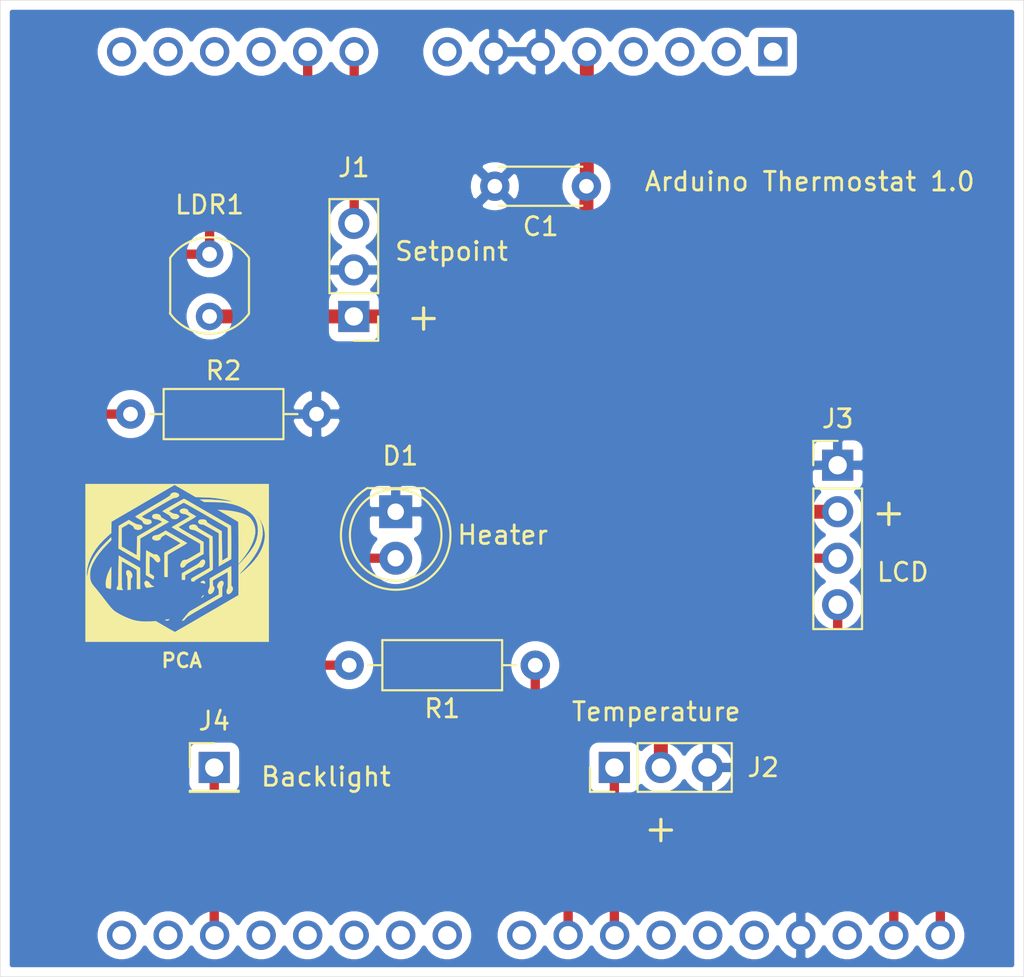
<source format=kicad_pcb>
(kicad_pcb (version 20171130) (host pcbnew "(5.1.10)-1")

  (general
    (thickness 1.6)
    (drawings 11)
    (tracks 49)
    (zones 0)
    (modules 11)
    (nets 32)
  )

  (page A4)
  (layers
    (0 F.Cu signal)
    (31 B.Cu signal hide)
    (32 B.Adhes user)
    (33 F.Adhes user)
    (34 B.Paste user)
    (35 F.Paste user)
    (36 B.SilkS user)
    (37 F.SilkS user)
    (38 B.Mask user)
    (39 F.Mask user)
    (40 Dwgs.User user)
    (41 Cmts.User user)
    (42 Eco1.User user)
    (43 Eco2.User user)
    (44 Edge.Cuts user)
    (45 Margin user)
    (46 B.CrtYd user)
    (47 F.CrtYd user)
    (48 B.Fab user)
    (49 F.Fab user hide)
  )

  (setup
    (last_trace_width 0.254)
    (user_trace_width 0.508)
    (user_trace_width 0.762)
    (trace_clearance 0.254)
    (zone_clearance 0.508)
    (zone_45_only no)
    (trace_min 0.2)
    (via_size 0.762)
    (via_drill 0.381)
    (via_min_size 0.4)
    (via_min_drill 0.3)
    (uvia_size 0.762)
    (uvia_drill 0.381)
    (uvias_allowed no)
    (uvia_min_size 0.2)
    (uvia_min_drill 0.1)
    (edge_width 0.05)
    (segment_width 0.2)
    (pcb_text_width 0.3)
    (pcb_text_size 1.5 1.5)
    (mod_edge_width 0.12)
    (mod_text_size 1 1)
    (mod_text_width 0.15)
    (pad_size 1.524 1.524)
    (pad_drill 0.762)
    (pad_to_mask_clearance 0)
    (aux_axis_origin 0 0)
    (visible_elements 7FFFFFFF)
    (pcbplotparams
      (layerselection 0x010f0_ffffffff)
      (usegerberextensions false)
      (usegerberattributes true)
      (usegerberadvancedattributes true)
      (creategerberjobfile true)
      (excludeedgelayer true)
      (linewidth 0.100000)
      (plotframeref false)
      (viasonmask false)
      (mode 1)
      (useauxorigin false)
      (hpglpennumber 1)
      (hpglpenspeed 20)
      (hpglpendiameter 15.000000)
      (psnegative false)
      (psa4output false)
      (plotreference true)
      (plotvalue true)
      (plotinvisibletext false)
      (padsonsilk false)
      (subtractmaskfromsilk false)
      (outputformat 1)
      (mirror false)
      (drillshape 0)
      (scaleselection 1)
      (outputdirectory ""))
  )

  (net 0 "")
  (net 1 /SCL)
  (net 2 /SDA)
  (net 3 "Net-(A1-Pad1)")
  (net 4 /Backlight)
  (net 5 "Net-(A1-Pad2)")
  (net 6 "Net-(A1-Pad18)")
  (net 7 "Net-(A1-Pad3)")
  (net 8 "Net-(A1-Pad19)")
  (net 9 "Net-(A1-Pad4)")
  (net 10 "Net-(A1-Pad20)")
  (net 11 VCC)
  (net 12 "Net-(A1-Pad21)")
  (net 13 GND)
  (net 14 "Net-(A1-Pad22)")
  (net 15 "Net-(A1-Pad23)")
  (net 16 "Net-(A1-Pad8)")
  (net 17 /Heater)
  (net 18 /POT)
  (net 19 /Onewire)
  (net 20 /LDR)
  (net 21 "Net-(A1-Pad26)")
  (net 22 "Net-(A1-Pad11)")
  (net 23 "Net-(A1-Pad27)")
  (net 24 "Net-(A1-Pad12)")
  (net 25 "Net-(A1-Pad28)")
  (net 26 "Net-(A1-Pad13)")
  (net 27 "Net-(A1-Pad14)")
  (net 28 "Net-(A1-Pad30)")
  (net 29 "Net-(A1-Pad15)")
  (net 30 "Net-(A1-Pad16)")
  (net 31 "Net-(D1-Pad2)")

  (net_class Default "This is the default net class."
    (clearance 0.254)
    (trace_width 0.254)
    (via_dia 0.762)
    (via_drill 0.381)
    (uvia_dia 0.762)
    (uvia_drill 0.381)
    (add_net /Backlight)
    (add_net /Heater)
    (add_net /LDR)
    (add_net /Onewire)
    (add_net /POT)
    (add_net /SCL)
    (add_net /SDA)
    (add_net GND)
    (add_net "Net-(A1-Pad1)")
    (add_net "Net-(A1-Pad11)")
    (add_net "Net-(A1-Pad12)")
    (add_net "Net-(A1-Pad13)")
    (add_net "Net-(A1-Pad14)")
    (add_net "Net-(A1-Pad15)")
    (add_net "Net-(A1-Pad16)")
    (add_net "Net-(A1-Pad18)")
    (add_net "Net-(A1-Pad19)")
    (add_net "Net-(A1-Pad2)")
    (add_net "Net-(A1-Pad20)")
    (add_net "Net-(A1-Pad21)")
    (add_net "Net-(A1-Pad22)")
    (add_net "Net-(A1-Pad23)")
    (add_net "Net-(A1-Pad26)")
    (add_net "Net-(A1-Pad27)")
    (add_net "Net-(A1-Pad28)")
    (add_net "Net-(A1-Pad3)")
    (add_net "Net-(A1-Pad30)")
    (add_net "Net-(A1-Pad4)")
    (add_net "Net-(A1-Pad8)")
    (add_net "Net-(D1-Pad2)")
    (add_net VCC)
  )

  (module Module:Arduino_UNO_R3_topv (layer F.Cu) (tedit 6139C366) (tstamp 613A3031)
    (at 110.765001 114.575001)
    (descr "Arduino UNO R3, http://www.mouser.com/pdfdocs/Gravitech_Arduino_Nano3_0.pdf")
    (tags "Arduino UNO R3")
    (path /6135E1C7)
    (fp_text reference A1 (at 31.982999 15.218999 180) (layer F.SilkS) hide
      (effects (font (size 1 1) (thickness 0.15)))
    )
    (fp_text value Arduino_UNO_R3 (at 31.728999 12.678999) (layer F.SilkS) hide
      (effects (font (size 1 1) (thickness 0.15)))
    )
    (fp_text user %R (at 10.16 15.24 180) (layer F.Fab)
      (effects (font (size 1 1) (thickness 0.15)))
    )
    (pad 32 thru_hole oval (at 37.08 48.26 270) (size 1.6 1.6) (drill 1) (layers *.Cu *.Mask)
      (net 1 /SCL))
    (pad 31 thru_hole oval (at 34.54 48.26 270) (size 1.6 1.6) (drill 1) (layers *.Cu *.Mask)
      (net 2 /SDA))
    (pad 1 thru_hole rect (at 27.94 0 270) (size 1.6 1.6) (drill 1) (layers *.Cu *.Mask)
      (net 3 "Net-(A1-Pad1)"))
    (pad 17 thru_hole oval (at -2.54 48.26 270) (size 1.6 1.6) (drill 1) (layers *.Cu *.Mask)
      (net 4 /Backlight))
    (pad 2 thru_hole oval (at 25.4 0 270) (size 1.6 1.6) (drill 1) (layers *.Cu *.Mask)
      (net 5 "Net-(A1-Pad2)"))
    (pad 18 thru_hole oval (at 0 48.26 270) (size 1.6 1.6) (drill 1) (layers *.Cu *.Mask)
      (net 6 "Net-(A1-Pad18)"))
    (pad 3 thru_hole oval (at 22.86 0 270) (size 1.6 1.6) (drill 1) (layers *.Cu *.Mask)
      (net 7 "Net-(A1-Pad3)"))
    (pad 19 thru_hole oval (at 2.54 48.26 270) (size 1.6 1.6) (drill 1) (layers *.Cu *.Mask)
      (net 8 "Net-(A1-Pad19)"))
    (pad 4 thru_hole oval (at 20.32 0 270) (size 1.6 1.6) (drill 1) (layers *.Cu *.Mask)
      (net 9 "Net-(A1-Pad4)"))
    (pad 20 thru_hole oval (at 5.08 48.26 270) (size 1.6 1.6) (drill 1) (layers *.Cu *.Mask)
      (net 10 "Net-(A1-Pad20)"))
    (pad 5 thru_hole oval (at 17.78 0 270) (size 1.6 1.6) (drill 1) (layers *.Cu *.Mask)
      (net 11 VCC))
    (pad 21 thru_hole oval (at 7.62 48.26 270) (size 1.6 1.6) (drill 1) (layers *.Cu *.Mask)
      (net 12 "Net-(A1-Pad21)"))
    (pad 6 thru_hole oval (at 15.24 0 270) (size 1.6 1.6) (drill 1) (layers *.Cu *.Mask)
      (net 13 GND))
    (pad 22 thru_hole oval (at 10.16 48.26 270) (size 1.6 1.6) (drill 1) (layers *.Cu *.Mask)
      (net 14 "Net-(A1-Pad22)"))
    (pad 7 thru_hole oval (at 12.7 0 270) (size 1.6 1.6) (drill 1) (layers *.Cu *.Mask)
      (net 13 GND))
    (pad 23 thru_hole oval (at 14.22 48.26 270) (size 1.6 1.6) (drill 1) (layers *.Cu *.Mask)
      (net 15 "Net-(A1-Pad23)"))
    (pad 8 thru_hole oval (at 10.16 0 270) (size 1.6 1.6) (drill 1) (layers *.Cu *.Mask)
      (net 16 "Net-(A1-Pad8)"))
    (pad 24 thru_hole oval (at 16.76 48.26 270) (size 1.6 1.6) (drill 1) (layers *.Cu *.Mask)
      (net 17 /Heater))
    (pad 9 thru_hole oval (at 5.08 0 270) (size 1.6 1.6) (drill 1) (layers *.Cu *.Mask)
      (net 18 /POT))
    (pad 25 thru_hole oval (at 19.3 48.26 270) (size 1.6 1.6) (drill 1) (layers *.Cu *.Mask)
      (net 19 /Onewire))
    (pad 10 thru_hole oval (at 2.54 0 270) (size 1.6 1.6) (drill 1) (layers *.Cu *.Mask)
      (net 20 /LDR))
    (pad 26 thru_hole oval (at 21.84 48.26 270) (size 1.6 1.6) (drill 1) (layers *.Cu *.Mask)
      (net 21 "Net-(A1-Pad26)"))
    (pad 11 thru_hole oval (at 0 0 270) (size 1.6 1.6) (drill 1) (layers *.Cu *.Mask)
      (net 22 "Net-(A1-Pad11)"))
    (pad 27 thru_hole oval (at 24.38 48.26 270) (size 1.6 1.6) (drill 1) (layers *.Cu *.Mask)
      (net 23 "Net-(A1-Pad27)"))
    (pad 12 thru_hole oval (at -2.54 0 270) (size 1.6 1.6) (drill 1) (layers *.Cu *.Mask)
      (net 24 "Net-(A1-Pad12)"))
    (pad 28 thru_hole oval (at 26.92 48.26 270) (size 1.6 1.6) (drill 1) (layers *.Cu *.Mask)
      (net 25 "Net-(A1-Pad28)"))
    (pad 13 thru_hole oval (at -5.08 0 270) (size 1.6 1.6) (drill 1) (layers *.Cu *.Mask)
      (net 26 "Net-(A1-Pad13)"))
    (pad 29 thru_hole oval (at 29.46 48.26 270) (size 1.6 1.6) (drill 1) (layers *.Cu *.Mask)
      (net 13 GND))
    (pad 14 thru_hole oval (at -7.62 0 270) (size 1.6 1.6) (drill 1) (layers *.Cu *.Mask)
      (net 27 "Net-(A1-Pad14)"))
    (pad 30 thru_hole oval (at 32 48.26 270) (size 1.6 1.6) (drill 1) (layers *.Cu *.Mask)
      (net 28 "Net-(A1-Pad30)"))
    (pad 15 thru_hole oval (at -7.62 48.26 270) (size 1.6 1.6) (drill 1) (layers *.Cu *.Mask)
      (net 29 "Net-(A1-Pad15)"))
    (pad 16 thru_hole oval (at -5.08 48.26 270) (size 1.6 1.6) (drill 1) (layers *.Cu *.Mask)
      (net 30 "Net-(A1-Pad16)"))
    (model ${KISYS3DMOD}/Module.3dshapes/Arduino_UNO_R3.wrl
      (at (xyz 0 0 0))
      (scale (xyz 1 1 1))
      (rotate (xyz 0 0 0))
    )
  )

  (module "Arduino therm:electro" (layer F.Cu) (tedit 0) (tstamp 613A9AAA)
    (at 106.172 142.494)
    (fp_text reference G*** (at 0 0) (layer F.SilkS) hide
      (effects (font (size 1.524 1.524) (thickness 0.3)))
    )
    (fp_text value LOGO (at 0.75 0) (layer F.SilkS) hide
      (effects (font (size 1.524 1.524) (thickness 0.3)))
    )
    (fp_poly (pts (xy 5.016411 4.309875) (xy -4.998748 4.309875) (xy -4.998748 0.636677) (xy -4.927837 0.636677)
      (xy -4.925506 0.688221) (xy -4.918973 0.715233) (xy -4.913039 0.71698) (xy -4.903644 0.695787)
      (xy -4.894153 0.649827) (xy -4.887442 0.59671) (xy -4.864001 0.454087) (xy -4.820626 0.293185)
      (xy -4.760506 0.122437) (xy -4.686826 -0.049725) (xy -4.602776 -0.214871) (xy -4.541396 -0.318745)
      (xy -4.458074 -0.447432) (xy -4.378757 -0.561552) (xy -4.297919 -0.667847) (xy -4.210038 -0.773061)
      (xy -4.109588 -0.883938) (xy -3.991045 -1.007221) (xy -3.912589 -1.0863) (xy -3.594506 -1.404242)
      (xy -3.589377 -1.324756) (xy -3.584248 -1.245271) (xy -3.810382 -1.015646) (xy -4.045089 -0.763908)
      (xy -4.24646 -0.518988) (xy -4.415524 -0.279519) (xy -4.553311 -0.04413) (xy -4.580316 0.008832)
      (xy -4.643903 0.145057) (xy -4.689374 0.264093) (xy -4.719755 0.377053) (xy -4.738069 0.49505)
      (xy -4.74702 0.62129) (xy -4.746462 0.779329) (xy -4.728248 0.91557) (xy -4.689294 1.038201)
      (xy -4.626513 1.155408) (xy -4.536823 1.275378) (xy -4.473596 1.346922) (xy -4.439183 1.386566)
      (xy -4.386567 1.450323) (xy -4.318931 1.53419) (xy -4.239461 1.634162) (xy -4.151339 1.746237)
      (xy -4.057751 1.866411) (xy -3.968288 1.982334) (xy -3.85439 2.130033) (xy -3.758307 2.252801)
      (xy -3.676723 2.354018) (xy -3.606323 2.437063) (xy -3.543789 2.505314) (xy -3.485806 2.562151)
      (xy -3.429058 2.610954) (xy -3.370227 2.6551) (xy -3.305999 2.69797) (xy -3.233057 2.742943)
      (xy -3.205911 2.759176) (xy -3.04812 2.846393) (xy -2.874453 2.930822) (xy -2.694733 3.008353)
      (xy -2.518783 3.074875) (xy -2.356427 3.126276) (xy -2.284865 3.144683) (xy -2.123095 3.174103)
      (xy -1.936575 3.193771) (xy -1.734666 3.203126) (xy -1.526728 3.201604) (xy -1.422503 3.19653)
      (xy -1.158565 3.179802) (xy -0.989957 3.276778) (xy -0.922634 3.315657) (xy -0.83243 3.367977)
      (xy -0.726942 3.42932) (xy -0.613769 3.495266) (xy -0.500508 3.561396) (xy -0.476913 3.575191)
      (xy -0.376721 3.632934) (xy -0.285987 3.683611) (xy -0.209349 3.724761) (xy -0.151445 3.753926)
      (xy -0.116914 3.768645) (xy -0.109878 3.769824) (xy -0.091453 3.760095) (xy -0.044801 3.733925)
      (xy 0.027773 3.692644) (xy 0.123962 3.637578) (xy 0.241462 3.570055) (xy 0.377965 3.491404)
      (xy 0.531167 3.402952) (xy 0.698761 3.306027) (xy 0.878442 3.201957) (xy 1.067903 3.09207)
      (xy 1.17072 3.032375) (xy 1.378024 2.911958) (xy 1.586692 2.79072) (xy 1.793218 2.6707)
      (xy 1.994096 2.553937) (xy 2.18582 2.442468) (xy 2.364884 2.338334) (xy 2.527783 2.243571)
      (xy 2.671009 2.16022) (xy 2.791057 2.090319) (xy 2.884422 2.035906) (xy 2.892385 2.031261)
      (xy 3.35605 1.760792) (xy 3.35605 0.614146) (xy 3.402854 0.614146) (xy 3.417124 0.608614)
      (xy 3.454594 0.582957) (xy 3.514985 0.538223) (xy 3.559104 0.504931) (xy 3.649556 0.431858)
      (xy 3.755196 0.339072) (xy 3.868441 0.233867) (xy 3.981706 0.123538) (xy 4.08741 0.01538)
      (xy 4.177967 -0.083312) (xy 4.21255 -0.123644) (xy 4.394658 -0.362723) (xy 4.542253 -0.601835)
      (xy 4.656113 -0.842631) (xy 4.737015 -1.086765) (xy 4.785737 -1.335889) (xy 4.78689 -1.344886)
      (xy 4.796562 -1.435141) (xy 4.799351 -1.509684) (xy 4.794934 -1.584193) (xy 4.78299 -1.674343)
      (xy 4.779699 -1.695447) (xy 4.76361 -1.785608) (xy 4.744486 -1.875765) (xy 4.72543 -1.951832)
      (xy 4.717134 -1.97946) (xy 4.697539 -2.031662) (xy 4.669429 -2.097155) (xy 4.63614 -2.169244)
      (xy 4.601011 -2.241234) (xy 4.56738 -2.306431) (xy 4.538585 -2.358142) (xy 4.517964 -2.389673)
      (xy 4.50952 -2.395797) (xy 4.511376 -2.376501) (xy 4.52644 -2.339855) (xy 4.529075 -2.334651)
      (xy 4.60469 -2.152467) (xy 4.65416 -1.95219) (xy 4.676618 -1.74041) (xy 4.671193 -1.523715)
      (xy 4.653571 -1.390495) (xy 4.595593 -1.145522) (xy 4.506567 -0.897467) (xy 4.385953 -0.645415)
      (xy 4.233209 -0.388455) (xy 4.047795 -0.125676) (xy 3.829169 0.143837) (xy 3.583375 0.414111)
      (xy 3.502046 0.499537) (xy 3.445036 0.560654) (xy 3.412065 0.598508) (xy 3.402854 0.614146)
      (xy 3.35605 0.614146) (xy 3.35605 0.103238) (xy 3.558618 -0.111768) (xy 3.716178 -0.285281)
      (xy 3.861711 -0.457992) (xy 3.992059 -0.625659) (xy 4.104067 -0.784042) (xy 4.194578 -0.928899)
      (xy 4.259019 -1.05285) (xy 4.343218 -1.274076) (xy 4.397006 -1.496907) (xy 4.420413 -1.717835)
      (xy 4.41347 -1.933355) (xy 4.376206 -2.139958) (xy 4.308651 -2.334139) (xy 4.246944 -2.454717)
      (xy 4.168496 -2.563749) (xy 4.379681 -2.563749) (xy 4.39165 -2.541662) (xy 4.41684 -2.505731)
      (xy 4.452421 -2.460835) (xy 4.47659 -2.4356) (xy 4.48612 -2.431682) (xy 4.477786 -2.450738)
      (xy 4.453933 -2.486678) (xy 4.419866 -2.529345) (xy 4.387731 -2.561962) (xy 4.386754 -2.562765)
      (xy 4.379681 -2.563749) (xy 4.168496 -2.563749) (xy 4.147016 -2.593603) (xy 4.015566 -2.725628)
      (xy 3.85607 -2.84874) (xy 3.672003 -2.960884) (xy 3.466841 -3.060006) (xy 3.24406 -3.144052)
      (xy 3.007137 -3.210967) (xy 2.942551 -3.225541) (xy 2.831633 -3.248647) (xy 2.734422 -3.26706)
      (xy 2.644288 -3.281413) (xy 2.554603 -3.292338) (xy 2.458734 -3.300468) (xy 2.350054 -3.306438)
      (xy 2.22193 -3.310878) (xy 2.067735 -3.314424) (xy 1.998037 -3.315719) (xy 1.479037 -3.324953)
      (xy 1.245271 -3.461405) (xy 1.548108 -3.461718) (xy 1.728249 -3.458904) (xy 1.933143 -3.45057)
      (xy 2.152765 -3.437389) (xy 2.377088 -3.420033) (xy 2.596085 -3.399175) (xy 2.761015 -3.380381)
      (xy 2.846354 -3.370498) (xy 2.918294 -3.363449) (xy 2.969994 -3.359812) (xy 2.994612 -3.360161)
      (xy 2.995582 -3.360626) (xy 2.98385 -3.36834) (xy 2.942875 -3.38119) (xy 2.878154 -3.397907)
      (xy 2.795186 -3.417221) (xy 2.699467 -3.437861) (xy 2.596496 -3.458557) (xy 2.49177 -3.47804)
      (xy 2.472879 -3.481369) (xy 2.273518 -3.513885) (xy 2.088211 -3.538778) (xy 1.905495 -3.55714)
      (xy 1.713908 -3.570064) (xy 1.501988 -3.578644) (xy 1.433311 -3.58052) (xy 1.020794 -3.590757)
      (xy 0.445402 -3.924185) (xy -0.129989 -4.257613) (xy -0.281372 -4.16986) (xy -0.317658 -4.148771)
      (xy -0.382181 -4.111211) (xy -0.47266 -4.058508) (xy -0.586818 -3.991991) (xy -0.722375 -3.912987)
      (xy -0.877052 -3.822826) (xy -1.048571 -3.722836) (xy -1.234651 -3.614345) (xy -1.433016 -3.498681)
      (xy -1.641385 -3.377174) (xy -1.85748 -3.251152) (xy -2.004799 -3.165232) (xy -3.576843 -2.248357)
      (xy -3.581658 -1.938895) (xy -3.586472 -1.629433) (xy -3.750288 -1.487408) (xy -4.014663 -1.241152)
      (xy -4.246526 -0.989207) (xy -4.44541 -0.732308) (xy -4.610845 -0.471192) (xy -4.742361 -0.206596)
      (xy -4.839491 0.060744) (xy -4.899574 0.317104) (xy -4.911833 0.400814) (xy -4.920778 0.486377)
      (xy -4.926187 0.567197) (xy -4.927837 0.636677) (xy -4.998748 0.636677) (xy -4.998748 -4.309874)
      (xy 5.016411 -4.309874) (xy 5.016411 4.309875)) (layer F.SilkS) (width 0.01))
    (fp_poly (pts (xy -0.444054 3.110471) (xy -0.487032 3.146323) (xy -0.545446 3.157379) (xy -0.607954 3.141888)
      (xy -0.616972 3.137172) (xy -0.659882 3.112961) (xy -0.60814 3.102634) (xy -0.555089 3.092532)
      (xy -0.493594 3.081449) (xy -0.486208 3.080164) (xy -0.416018 3.068021) (xy -0.444054 3.110471)) (layer F.SilkS) (width 0.01))
    (fp_poly (pts (xy 2.471144 0.981433) (xy 2.512813 1.010887) (xy 2.537234 1.06119) (xy 2.542364 1.126371)
      (xy 2.52616 1.200463) (xy 2.505757 1.245953) (xy 2.490579 1.277804) (xy 2.47995 1.312343)
      (xy 2.473008 1.356615) (xy 2.468893 1.41767) (xy 2.466745 1.502554) (xy 2.466014 1.571531)
      (xy 2.464047 1.827136) (xy 1.504192 2.384748) (xy 1.307052 2.499385) (xy 1.138191 2.597887)
      (xy 0.995261 2.681728) (xy 0.875916 2.75238) (xy 0.777806 2.811315) (xy 0.698585 2.860006)
      (xy 0.635905 2.899924) (xy 0.587418 2.932543) (xy 0.550776 2.959334) (xy 0.523632 2.981771)
      (xy 0.503638 3.001324) (xy 0.488446 3.019467) (xy 0.485258 3.023769) (xy 0.422316 3.09985)
      (xy 0.365366 3.144817) (xy 0.310656 3.16151) (xy 0.303025 3.161753) (xy 0.273719 3.15868)
      (xy 0.274606 3.14323) (xy 0.284876 3.127845) (xy 0.30426 3.103097) (xy 0.341979 3.056872)
      (xy 0.39352 2.994636) (xy 0.454368 2.921851) (xy 0.492833 2.876141) (xy 0.676557 2.658345)
      (xy 1.477569 2.192707) (xy 2.278581 1.72707) (xy 2.278581 1.579706) (xy 2.27759 1.505405)
      (xy 2.273157 1.456924) (xy 2.263097 1.424778) (xy 2.245222 1.399483) (xy 2.234423 1.388185)
      (xy 2.19781 1.328724) (xy 2.193231 1.255296) (xy 2.220668 1.167421) (xy 2.225546 1.157047)
      (xy 2.277643 1.074172) (xy 2.340696 1.013099) (xy 2.40794 0.980214) (xy 2.414272 0.978794)
      (xy 2.471144 0.981433)) (layer F.SilkS) (width 0.01))
    (fp_poly (pts (xy 1.45513 1.779008) (xy 1.452894 1.791947) (xy 1.431337 1.832859) (xy 1.389513 1.870474)
      (xy 1.386887 1.872132) (xy 1.339478 1.899166) (xy 1.318949 1.904468) (xy 1.325006 1.887344)
      (xy 1.357355 1.847097) (xy 1.370197 1.83258) (xy 1.416222 1.782645) (xy 1.443349 1.758235)
      (xy 1.455134 1.757606) (xy 1.45513 1.779008)) (layer F.SilkS) (width 0.01))
    (fp_poly (pts (xy 2.958324 0.193584) (xy 2.961072 0.241574) (xy 2.96345 0.31632) (xy 2.965359 0.413538)
      (xy 2.966704 0.528942) (xy 2.967388 0.658247) (xy 2.967455 0.714566) (xy 2.967455 1.252497)
      (xy 3.011613 1.296656) (xy 3.04613 1.354729) (xy 3.051229 1.427357) (xy 3.02745 1.51038)
      (xy 2.975336 1.599635) (xy 2.971518 1.60483) (xy 2.926393 1.650112) (xy 2.86881 1.688163)
      (xy 2.812699 1.710591) (xy 2.791388 1.713352) (xy 2.754754 1.697435) (xy 2.723842 1.656646)
      (xy 2.705189 1.601434) (xy 2.702503 1.571341) (xy 2.711108 1.507929) (xy 2.732352 1.442338)
      (xy 2.73783 1.430737) (xy 2.74892 1.406588) (xy 2.757425 1.379908) (xy 2.763683 1.345876)
      (xy 2.768035 1.299667) (xy 2.770819 1.236458) (xy 2.772374 1.151428) (xy 2.773038 1.039751)
      (xy 2.773157 0.928034) (xy 2.772852 0.808496) (xy 2.771993 0.701582) (xy 2.770668 0.612066)
      (xy 2.768963 0.544722) (xy 2.766964 0.504322) (xy 2.765311 0.494576) (xy 2.748552 0.503086)
      (xy 2.705381 0.527059) (xy 2.639902 0.564158) (xy 2.556216 0.612046) (xy 2.458427 0.668386)
      (xy 2.359052 0.725955) (xy 1.96064 0.957334) (xy 1.96064 1.107303) (xy 1.961595 1.182141)
      (xy 1.96572 1.23033) (xy 1.974904 1.260525) (xy 1.991033 1.28138) (xy 2.000382 1.289476)
      (xy 2.032769 1.336696) (xy 2.042148 1.400831) (xy 2.030818 1.474143) (xy 2.001074 1.548894)
      (xy 1.955214 1.617347) (xy 1.895534 1.671765) (xy 1.884863 1.678649) (xy 1.824257 1.707451)
      (xy 1.776948 1.708384) (xy 1.73448 1.681412) (xy 1.731015 1.678025) (xy 1.702151 1.625285)
      (xy 1.697911 1.553826) (xy 1.718077 1.470047) (xy 1.739773 1.420483) (xy 1.757716 1.382438)
      (xy 1.770022 1.346319) (xy 1.777743 1.304314) (xy 1.781933 1.24861) (xy 1.783642 1.171394)
      (xy 1.783931 1.092651) (xy 1.784005 0.851713) (xy 2.363577 0.514174) (xy 2.493726 0.438556)
      (xy 2.614307 0.368844) (xy 2.721916 0.306979) (xy 2.81315 0.254904) (xy 2.884604 0.214559)
      (xy 2.932875 0.187886) (xy 2.95456 0.176827) (xy 2.955301 0.176635) (xy 2.958324 0.193584)) (layer F.SilkS) (width 0.01))
    (fp_poly (pts (xy -3.162593 -0.392714) (xy -3.118059 -0.367198) (xy -3.049826 -0.327857) (xy -2.961306 -0.276667)
      (xy -2.855914 -0.215602) (xy -2.737066 -0.146637) (xy -2.608176 -0.071746) (xy -2.591107 -0.061822)
      (xy -2.013965 0.273783) (xy -2.013798 0.85226) (xy -2.01363 1.430737) (xy -2.190264 1.430737)
      (xy -2.190264 0.911829) (xy -2.190641 0.752684) (xy -2.191851 0.625898) (xy -2.194016 0.528511)
      (xy -2.197259 0.457561) (xy -2.2017 0.41009) (xy -2.207463 0.383135) (xy -2.212344 0.374892)
      (xy -2.234118 0.360609) (xy -2.281241 0.331813) (xy -2.348483 0.291558) (xy -2.430617 0.242897)
      (xy -2.522413 0.188886) (xy -2.618644 0.132578) (xy -2.714079 0.077027) (xy -2.803491 0.025289)
      (xy -2.881651 -0.019584) (xy -2.943331 -0.054536) (xy -2.983301 -0.076513) (xy -2.995228 -0.082419)
      (xy -3.001567 -0.080796) (xy -3.006774 -0.06862) (xy -3.010956 -0.042917) (xy -3.014217 -0.000715)
      (xy -3.016665 0.060957) (xy -3.018404 0.145073) (xy -3.019541 0.254604) (xy -3.020181 0.392524)
      (xy -3.020431 0.561804) (xy -3.020445 0.625866) (xy -3.020375 0.804534) (xy -3.020057 0.951399)
      (xy -3.019333 1.069985) (xy -3.018042 1.163816) (xy -3.016024 1.236414) (xy -3.013122 1.291305)
      (xy -3.009174 1.332012) (xy -3.004021 1.362058) (xy -2.997504 1.384968) (xy -2.989462 1.404264)
      (xy -2.984759 1.413778) (xy -2.949074 1.483728) (xy -3.050997 1.480758) (xy -3.121048 1.477821)
      (xy -3.187784 1.473586) (xy -3.217349 1.470968) (xy -3.266566 1.458942) (xy -3.289491 1.433543)
      (xy -3.291261 1.427883) (xy -3.290823 1.374231) (xy -3.270274 1.317045) (xy -3.238448 1.277192)
      (xy -3.231905 1.268789) (xy -3.226346 1.252382) (xy -3.221644 1.225022) (xy -3.217669 1.18376)
      (xy -3.214293 1.125645) (xy -3.211387 1.047728) (xy -3.208823 0.94706) (xy -3.206472 0.82069)
      (xy -3.204206 0.665669) (xy -3.201895 0.479047) (xy -3.201264 0.424345) (xy -3.199111 0.256928)
      (xy -3.196637 0.100981) (xy -3.193929 -0.040078) (xy -3.191075 -0.162829) (xy -3.188164 -0.263856)
      (xy -3.185282 -0.339738) (xy -3.182518 -0.387059) (xy -3.180011 -0.40243) (xy -3.162593 -0.392714)) (layer F.SilkS) (width 0.01))
    (fp_poly (pts (xy -2.628606 0.404332) (xy -2.570855 0.435168) (xy -2.517958 0.486057) (xy -2.474847 0.552384)
      (xy -2.446452 0.629534) (xy -2.437552 0.703399) (xy -2.444108 0.761829) (xy -2.467939 0.802606)
      (xy -2.481711 0.81582) (xy -2.497662 0.830602) (xy -2.509219 0.846657) (xy -2.51709 0.869508)
      (xy -2.521982 0.904674) (xy -2.524603 0.957679) (xy -2.525663 1.034042) (xy -2.525869 1.139286)
      (xy -2.52587 1.16014) (xy -2.52587 1.466064) (xy -2.574444 1.466305) (xy -2.627419 1.470518)
      (xy -2.662761 1.477197) (xy -2.702504 1.487848) (xy -2.702504 1.115866) (xy -2.702708 0.991097)
      (xy -2.703627 0.89638) (xy -2.705722 0.82644) (xy -2.709453 0.776001) (xy -2.71528 0.73979)
      (xy -2.723662 0.712532) (xy -2.735061 0.688952) (xy -2.740594 0.679326) (xy -2.771685 0.605177)
      (xy -2.781434 0.530789) (xy -2.769904 0.465807) (xy -2.738947 0.421284) (xy -2.68628 0.398166)
      (xy -2.628606 0.404332)) (layer F.SilkS) (width 0.01))
    (fp_poly (pts (xy -3.590146 0.228796) (xy -3.587789 0.276018) (xy -3.586402 0.348707) (xy -3.585904 0.441944)
      (xy -3.586214 0.550805) (xy -3.587252 0.670372) (xy -3.588938 0.795724) (xy -3.59119 0.921938)
      (xy -3.593929 1.044096) (xy -3.597074 1.157276) (xy -3.600544 1.256557) (xy -3.604259 1.337019)
      (xy -3.608138 1.393741) (xy -3.612101 1.421802) (xy -3.613384 1.423927) (xy -3.637778 1.421521)
      (xy -3.685315 1.411152) (xy -3.740846 1.396411) (xy -3.799005 1.378937) (xy -3.842269 1.364291)
      (xy -3.860516 1.356082) (xy -3.867941 1.335361) (xy -3.878463 1.290306) (xy -3.887804 1.241658)
      (xy -3.8944 1.147685) (xy -3.886986 1.030781) (xy -3.866778 0.899889) (xy -3.834993 0.763953)
      (xy -3.812563 0.688874) (xy -3.79126 0.629545) (xy -3.762104 0.556847) (xy -3.728147 0.477426)
      (xy -3.692441 0.397925) (xy -3.658036 0.32499) (xy -3.627984 0.265266) (xy -3.605337 0.225397)
      (xy -3.593552 0.211961) (xy -3.590146 0.228796)) (layer F.SilkS) (width 0.01))
    (fp_poly (pts (xy -1.654187 0.978906) (xy -1.58276 1.010677) (xy -1.513703 1.077137) (xy -1.473505 1.133379)
      (xy -1.429676 1.183469) (xy -1.36804 1.231589) (xy -1.341859 1.247282) (xy -1.251536 1.296442)
      (xy -1.361357 1.318843) (xy -1.490355 1.342491) (xy -1.587183 1.354148) (xy -1.652877 1.353877)
      (xy -1.688473 1.34174) (xy -1.691322 1.33885) (xy -1.719657 1.294122) (xy -1.748334 1.232779)
      (xy -1.771466 1.169371) (xy -1.783165 1.118449) (xy -1.783618 1.110762) (xy -1.773013 1.064642)
      (xy -1.746885 1.017389) (xy -1.746071 1.016343) (xy -1.713064 0.983377) (xy -1.677984 0.975532)
      (xy -1.654187 0.978906)) (layer F.SilkS) (width 0.01))
    (fp_poly (pts (xy 1.476816 0.986855) (xy 1.514589 1.024638) (xy 1.53544 1.072366) (xy 1.536717 1.086301)
      (xy 1.532228 1.118504) (xy 1.52347 1.127924) (xy 1.500403 1.123775) (xy 1.453054 1.115406)
      (xy 1.39541 1.105286) (xy 1.337382 1.092727) (xy 1.296456 1.079277) (xy 1.281642 1.068079)
      (xy 1.29695 1.045812) (xy 1.332787 1.017603) (xy 1.377089 0.991133) (xy 1.417792 0.974082)
      (xy 1.433349 0.971489) (xy 1.476816 0.986855)) (layer F.SilkS) (width 0.01))
    (fp_poly (pts (xy 0.995018 -2.082044) (xy 1.062729 -2.045746) (xy 1.109338 -1.991551) (xy 1.120726 -1.964108)
      (xy 1.128888 -1.945338) (xy 1.144205 -1.925559) (xy 1.170217 -1.902323) (xy 1.210465 -1.873185)
      (xy 1.268489 -1.835697) (xy 1.347831 -1.787412) (xy 1.45203 -1.725883) (xy 1.537891 -1.675812)
      (xy 1.938294 -1.442993) (xy 1.951311 -0.54616) (xy 1.953635 -0.371198) (xy 1.9554 -0.206821)
      (xy 1.956599 -0.056436) (xy 1.957226 0.076551) (xy 1.957272 0.188734) (xy 1.956731 0.276705)
      (xy 1.955594 0.337059) (xy 1.953855 0.366389) (xy 1.9533 0.368517) (xy 1.935851 0.381431)
      (xy 1.891505 0.409735) (xy 1.823975 0.451187) (xy 1.736977 0.503544) (xy 1.634224 0.564564)
      (xy 1.51943 0.632004) (xy 1.448048 0.673612) (xy 1.299147 0.76079) (xy 1.179484 0.832323)
      (xy 1.087231 0.88939) (xy 1.020563 0.93317) (xy 0.977653 0.964841) (xy 0.956676 0.985583)
      (xy 0.953825 0.992671) (xy 0.951646 1.010271) (xy 0.93997 1.018953) (xy 0.911086 1.019947)
      (xy 0.857285 1.014482) (xy 0.834596 1.011701) (xy 0.798478 1.004613) (xy 0.781937 0.988127)
      (xy 0.777368 0.951375) (xy 0.77719 0.929645) (xy 0.77719 0.854712) (xy 1.21436 0.601903)
      (xy 1.330809 0.534415) (xy 1.440529 0.470549) (xy 1.538836 0.413054) (xy 1.621049 0.364676)
      (xy 1.682483 0.328163) (xy 1.718456 0.306262) (xy 1.720471 0.304983) (xy 1.789412 0.260873)
      (xy 1.777931 -0.041782) (xy 1.774745 -0.14523) (xy 1.771894 -0.275055) (xy 1.769507 -0.422309)
      (xy 1.767715 -0.578043) (xy 1.766645 -0.733309) (xy 1.766396 -0.84005) (xy 1.766342 -1.335664)
      (xy 1.364499 -1.566747) (xy 1.24078 -1.637589) (xy 1.143085 -1.692562) (xy 1.067013 -1.733751)
      (xy 1.008164 -1.763241) (xy 0.962138 -1.783119) (xy 0.924534 -1.795469) (xy 0.890953 -1.802378)
      (xy 0.860359 -1.80568) (xy 0.767478 -1.821269) (xy 0.70497 -1.852382) (xy 0.670763 -1.900567)
      (xy 0.662378 -1.953714) (xy 0.66518 -1.996253) (xy 0.679139 -2.023784) (xy 0.712581 -2.047806)
      (xy 0.741863 -2.063464) (xy 0.826925 -2.092912) (xy 0.913863 -2.098435) (xy 0.995018 -2.082044)) (layer F.SilkS) (width 0.01))
    (fp_poly (pts (xy 1.472104 -0.169597) (xy 1.489783 -0.157998) (xy 1.52479 -0.118786) (xy 1.536179 -0.067464)
      (xy 1.53633 -0.056124) (xy 1.524629 0.022496) (xy 1.493887 0.097874) (xy 1.44924 0.164494)
      (xy 1.395823 0.21684) (xy 1.338773 0.249396) (xy 1.283225 0.256646) (xy 1.253915 0.247188)
      (xy 1.239113 0.242984) (xy 1.217984 0.245353) (xy 1.186808 0.256089) (xy 1.141869 0.276987)
      (xy 1.079447 0.30984) (xy 0.995826 0.356444) (xy 0.887285 0.418594) (xy 0.829326 0.452108)
      (xy 0.441585 0.67675) (xy 0.441585 0.806456) (xy 0.441137 0.875201) (xy 0.435179 0.914975)
      (xy 0.416789 0.932104) (xy 0.379044 0.932916) (xy 0.315023 0.923737) (xy 0.313525 0.92351)
      (xy 0.264951 0.916152) (xy 0.264951 0.570292) (xy 0.734106 0.298394) (xy 0.86895 0.219939)
      (xy 0.976438 0.156517) (xy 1.059998 0.105825) (xy 1.123055 0.065564) (xy 1.169038 0.033432)
      (xy 1.201371 0.007128) (xy 1.223484 -0.015649) (xy 1.238801 -0.0372) (xy 1.24193 -0.042594)
      (xy 1.295004 -0.11654) (xy 1.354203 -0.163821) (xy 1.414808 -0.182239) (xy 1.472104 -0.169597)) (layer F.SilkS) (width 0.01))
    (fp_poly (pts (xy -1.66312 -0.679972) (xy -1.619311 -0.656743) (xy -1.556961 -0.622105) (xy -1.482019 -0.579318)
      (xy -1.458731 -0.565824) (xy -1.370595 -0.515553) (xy -1.307201 -0.482119) (xy -1.263505 -0.463364)
      (xy -1.234466 -0.457127) (xy -1.21504 -0.461249) (xy -1.214823 -0.461364) (xy -1.160732 -0.472053)
      (xy -1.10174 -0.454383) (xy -1.043185 -0.413807) (xy -0.990407 -0.355778) (xy -0.948743 -0.285748)
      (xy -0.923533 -0.209168) (xy -0.918498 -0.158735) (xy -0.930921 -0.104892) (xy -0.96239 -0.059126)
      (xy -1.004202 -0.030352) (xy -1.046852 -0.027237) (xy -1.124916 -0.064518) (xy -1.189638 -0.128361)
      (xy -1.215721 -0.166338) (xy -1.281108 -0.241377) (xy -1.371927 -0.306206) (xy -1.42686 -0.337933)
      (xy -1.469288 -0.361012) (xy -1.490739 -0.370852) (xy -1.491371 -0.370932) (xy -1.494017 -0.35403)
      (xy -1.49639 -0.306375) (xy -1.498394 -0.232538) (xy -1.499933 -0.13709) (xy -1.500913 -0.024605)
      (xy -1.501237 0.100345) (xy -1.501236 0.101565) (xy -1.501082 0.574062) (xy -1.377747 0.644715)
      (xy -1.320104 0.680832) (xy -1.276873 0.713814) (xy -1.255507 0.737789) (xy -1.254452 0.741864)
      (xy -1.257696 0.785479) (xy -1.265605 0.834532) (xy -1.275611 0.876626) (xy -1.285147 0.899365)
      (xy -1.287325 0.900577) (xy -1.305846 0.892049) (xy -1.348729 0.868907) (xy -1.40992 0.83451)
      (xy -1.483367 0.792213) (xy -1.496975 0.784281) (xy -1.695689 0.668244) (xy -1.695689 -0.010315)
      (xy -1.695356 -0.161207) (xy -1.694409 -0.300418) (xy -1.692921 -0.424137) (xy -1.690966 -0.52855)
      (xy -1.68862 -0.609845) (xy -1.685957 -0.664209) (xy -1.683051 -0.687829) (xy -1.682441 -0.688528)
      (xy -1.66312 -0.679972)) (layer F.SilkS) (width 0.01))
    (fp_poly (pts (xy -0.040083 -1.428699) (xy 0.090185 -1.353057) (xy 0.210846 -1.282736) (xy 0.318478 -1.21975)
      (xy 0.409658 -1.166113) (xy 0.480962 -1.123839) (xy 0.52897 -1.094943) (xy 0.550257 -1.081439)
      (xy 0.550886 -1.080916) (xy 0.539258 -1.069419) (xy 0.500509 -1.042773) (xy 0.438266 -1.003218)
      (xy 0.356158 -0.952997) (xy 0.257813 -0.89435) (xy 0.146859 -0.829518) (xy 0.102073 -0.803685)
      (xy -0.017905 -0.734589) (xy -0.131486 -0.66892) (xy -0.234052 -0.609369) (xy -0.320985 -0.558625)
      (xy -0.387667 -0.519379) (xy -0.42948 -0.494319) (xy -0.435566 -0.490549) (xy -0.512239 -0.442363)
      (xy -0.512239 0.777191) (xy -0.560814 0.774785) (xy -0.613823 0.770009) (xy -0.649131 0.764725)
      (xy -0.688874 0.75707) (xy -0.688874 -0.557615) (xy -0.247288 -0.81287) (xy -0.134544 -0.878352)
      (xy -0.03246 -0.938243) (xy 0.055148 -0.990255) (xy 0.124464 -1.0321) (xy 0.171674 -1.061494)
      (xy 0.19296 -1.076147) (xy 0.193788 -1.077212) (xy 0.178971 -1.088077) (xy 0.137473 -1.114059)
      (xy 0.073294 -1.152768) (xy -0.009564 -1.201815) (xy -0.107098 -1.25881) (xy -0.212229 -1.319596)
      (xy -0.617735 -1.552891) (xy -0.744347 -1.478112) (xy -0.814979 -1.43314) (xy -0.857385 -1.397461)
      (xy -0.876078 -1.367103) (xy -0.877416 -1.361015) (xy -0.898304 -1.30414) (xy -0.944727 -1.262115)
      (xy -0.984169 -1.242535) (xy -1.058938 -1.223315) (xy -1.140016 -1.221686) (xy -1.218794 -1.235488)
      (xy -1.28666 -1.262558) (xy -1.335005 -1.300735) (xy -1.35323 -1.335179) (xy -1.35237 -1.395162)
      (xy -1.319685 -1.446064) (xy -1.258018 -1.485585) (xy -1.170213 -1.511425) (xy -1.127859 -1.517473)
      (xy -1.075248 -1.525148) (xy -1.0264 -1.538329) (xy -0.973038 -1.560462) (xy -0.906886 -1.594994)
      (xy -0.819665 -1.645371) (xy -0.817274 -1.646786) (xy -0.6189 -1.764202) (xy -0.040083 -1.428699)) (layer F.SilkS) (width 0.01))
    (fp_poly (pts (xy 0.435045 -2.965523) (xy 0.508626 -2.946068) (xy 0.568309 -2.913338) (xy 0.606167 -2.869043)
      (xy 0.614881 -2.839818) (xy 0.621988 -2.816778) (xy 0.641015 -2.793005) (xy 0.676937 -2.764486)
      (xy 0.734729 -2.727206) (xy 0.809179 -2.683063) (xy 0.884915 -2.638795) (xy 0.951737 -2.599285)
      (xy 1.002431 -2.56883) (xy 1.029781 -2.551723) (xy 1.029845 -2.55168) (xy 1.035906 -2.543768)
      (xy 1.032025 -2.532447) (xy 1.015356 -2.515801) (xy 0.983051 -2.491913) (xy 0.932264 -2.458868)
      (xy 0.860147 -2.414749) (xy 0.763853 -2.357639) (xy 0.640535 -2.285622) (xy 0.597091 -2.260386)
      (xy 0.47954 -2.192055) (xy 0.370813 -2.128651) (xy 0.274971 -2.072557) (xy 0.196074 -2.026159)
      (xy 0.138183 -1.991839) (xy 0.10536 -1.971983) (xy 0.100494 -1.968855) (xy 0.095762 -1.961962)
      (xy 0.099781 -1.951616) (xy 0.11495 -1.936276) (xy 0.143669 -1.914398) (xy 0.188337 -1.88444)
      (xy 0.251352 -1.844858) (xy 0.335115 -1.794109) (xy 0.442023 -1.730652) (xy 0.574477 -1.652942)
      (xy 0.734876 -1.559438) (xy 0.758456 -1.545721) (xy 1.4484 -1.14446) (xy 1.447906 -0.815102)
      (xy 1.447411 -0.485744) (xy 0.980512 -0.215588) (xy 0.846315 -0.137649) (xy 0.739438 -0.074717)
      (xy 0.656419 -0.024466) (xy 0.593799 0.015434) (xy 0.548117 0.047311) (xy 0.515911 0.073493)
      (xy 0.493722 0.096309) (xy 0.478089 0.118088) (xy 0.473856 0.125305) (xy 0.422199 0.194542)
      (xy 0.361108 0.240934) (xy 0.297241 0.261215) (xy 0.237258 0.252117) (xy 0.226589 0.246646)
      (xy 0.195065 0.209251) (xy 0.182903 0.150734) (xy 0.189494 0.079116) (xy 0.214229 0.002416)
      (xy 0.250048 -0.06223) (xy 0.313478 -0.131678) (xy 0.385031 -0.167502) (xy 0.456889 -0.170228)
      (xy 0.479642 -0.168278) (xy 0.504542 -0.171136) (xy 0.535803 -0.180792) (xy 0.577639 -0.199234)
      (xy 0.634266 -0.228453) (xy 0.709896 -0.270436) (xy 0.808746 -0.327174) (xy 0.892381 -0.375784)
      (xy 1.262934 -0.591724) (xy 1.262934 -1.044581) (xy 0.485744 -1.495262) (xy 0.334725 -1.58286)
      (xy 0.193267 -1.664961) (xy 0.064252 -1.739887) (xy -0.049433 -1.805961) (xy -0.144905 -1.861506)
      (xy -0.219279 -1.904843) (xy -0.26967 -1.934295) (xy -0.293194 -1.948186) (xy -0.294575 -1.949059)
      (xy -0.280708 -1.958358) (xy -0.239945 -1.983209) (xy -0.175951 -2.021441) (xy -0.092387 -2.07088)
      (xy 0.007083 -2.129355) (xy 0.118796 -2.194693) (xy 0.170328 -2.224733) (xy 0.288047 -2.293419)
      (xy 0.396752 -2.3571) (xy 0.492444 -2.413414) (xy 0.571126 -2.459998) (xy 0.6288 -2.49449)
      (xy 0.661468 -2.514529) (xy 0.666552 -2.517905) (xy 0.676541 -2.530653) (xy 0.668597 -2.546119)
      (xy 0.638311 -2.568494) (xy 0.581272 -2.601966) (xy 0.573469 -2.606341) (xy 0.511036 -2.638352)
      (xy 0.456407 -2.661221) (xy 0.419859 -2.670747) (xy 0.415978 -2.670719) (xy 0.354171 -2.674072)
      (xy 0.283769 -2.691019) (xy 0.219554 -2.716893) (xy 0.177121 -2.746143) (xy 0.145998 -2.799952)
      (xy 0.148737 -2.855171) (xy 0.184445 -2.906896) (xy 0.210157 -2.927141) (xy 0.277885 -2.95777)
      (xy 0.35549 -2.969994) (xy 0.435045 -2.965523)) (layer F.SilkS) (width 0.01))
    (fp_poly (pts (xy 0.399386 -3.493919) (xy 0.445409 -3.470469) (xy 0.509857 -3.435466) (xy 0.586732 -3.392118)
      (xy 0.61822 -3.373973) (xy 0.692935 -3.330663) (xy 0.791669 -3.273438) (xy 0.907873 -3.206093)
      (xy 1.035 -3.132421) (xy 1.166501 -3.056217) (xy 1.295829 -2.981278) (xy 1.298261 -2.979868)
      (xy 1.442728 -2.896153) (xy 1.60332 -2.803085) (xy 1.770088 -2.706429) (xy 1.933085 -2.611952)
      (xy 2.082362 -2.525418) (xy 2.172601 -2.473103) (xy 2.293991 -2.402738) (xy 2.415922 -2.332087)
      (xy 2.531857 -2.264933) (xy 2.635261 -2.205063) (xy 2.719598 -2.156261) (xy 2.766831 -2.128955)
      (xy 2.945971 -2.025465) (xy 2.957882 -1.582378) (xy 2.961173 -1.429247) (xy 2.963588 -1.25355)
      (xy 2.965038 -1.068038) (xy 2.965435 -0.885463) (xy 2.964691 -0.718576) (xy 2.964208 -0.671541)
      (xy 2.958623 -0.203792) (xy 2.278581 0.191826) (xy 2.278581 -1.619507) (xy 1.863267 -1.860087)
      (xy 1.746057 -1.927083) (xy 1.641375 -1.985158) (xy 1.552879 -2.032402) (xy 1.484227 -2.066903)
      (xy 1.439078 -2.086751) (xy 1.421887 -2.090664) (xy 1.379957 -2.087832) (xy 1.32101 -2.09882)
      (xy 1.258478 -2.119532) (xy 1.205789 -2.14587) (xy 1.183936 -2.16325) (xy 1.153825 -2.216991)
      (xy 1.156619 -2.273573) (xy 1.191372 -2.325738) (xy 1.206824 -2.338656) (xy 1.24248 -2.359339)
      (xy 1.286696 -2.37082) (xy 1.350402 -2.375355) (xy 1.386578 -2.37573) (xy 1.489624 -2.367436)
      (xy 1.562983 -2.341988) (xy 1.608309 -2.298532) (xy 1.625035 -2.252896) (xy 1.631139 -2.23612)
      (xy 1.645676 -2.21739) (xy 1.672041 -2.194378) (xy 1.713631 -2.164756) (xy 1.773844 -2.126197)
      (xy 1.856076 -2.076372) (xy 1.963725 -2.012953) (xy 2.040125 -1.968456) (xy 2.446384 -1.732463)
      (xy 2.455215 -0.929179) (xy 2.464047 -0.125895) (xy 2.773157 -0.304853) (xy 2.772499 -1.916481)
      (xy 1.579734 -2.605354) (xy 1.391209 -2.71401) (xy 1.211321 -2.817249) (xy 1.04244 -2.913739)
      (xy 0.886936 -3.002146) (xy 0.747176 -3.081136) (xy 0.625531 -3.149378) (xy 0.524369 -3.205537)
      (xy 0.446061 -3.24828) (xy 0.392974 -3.276275) (xy 0.367479 -3.288188) (xy 0.365703 -3.2885)
      (xy 0.342521 -3.277619) (xy 0.295171 -3.252005) (xy 0.228579 -3.214558) (xy 0.147672 -3.168183)
      (xy 0.057377 -3.115779) (xy -0.037378 -3.06025) (xy -0.131668 -3.004497) (xy -0.220564 -2.951422)
      (xy -0.29914 -2.903927) (xy -0.362468 -2.864914) (xy -0.405623 -2.837286) (xy -0.423676 -2.823943)
      (xy -0.423922 -2.823417) (xy -0.408849 -2.805467) (xy -0.369653 -2.779716) (xy -0.315369 -2.750549)
      (xy -0.255035 -2.72235) (xy -0.197687 -2.699504) (xy -0.152359 -2.686394) (xy -0.138321 -2.68484)
      (xy -0.052299 -2.675299) (xy 0.023597 -2.649362) (xy 0.082414 -2.611053) (xy 0.117197 -2.564398)
      (xy 0.123644 -2.533192) (xy 0.108146 -2.491162) (xy 0.068043 -2.448225) (xy 0.012914 -2.412368)
      (xy -0.045798 -2.39192) (xy -0.143763 -2.385409) (xy -0.231348 -2.402008) (xy -0.3021 -2.439071)
      (xy -0.349566 -2.493949) (xy -0.360845 -2.521143) (xy -0.372662 -2.546649) (xy -0.395371 -2.57262)
      (xy -0.433994 -2.602964) (xy -0.493549 -2.64159) (xy -0.579058 -2.692407) (xy -0.58583 -2.696339)
      (xy -0.661783 -2.741019) (xy -0.725301 -2.77958) (xy -0.770828 -2.808555) (xy -0.792808 -2.824481)
      (xy -0.793985 -2.826147) (xy -0.779157 -2.837222) (xy -0.737649 -2.863338) (xy -0.673532 -2.902147)
      (xy -0.590876 -2.951298) (xy -0.49375 -3.008443) (xy -0.386226 -3.071231) (xy -0.272372 -3.137313)
      (xy -0.15626 -3.20434) (xy -0.041958 -3.269961) (xy 0.066463 -3.331827) (xy 0.164933 -3.387588)
      (xy 0.249382 -3.434895) (xy 0.31574 -3.471399) (xy 0.359937 -3.494749) (xy 0.377782 -3.502608)
      (xy 0.399386 -3.493919)) (layer F.SilkS) (width 0.01))
    (fp_poly (pts (xy 2.455215 -2.888228) (xy 2.734561 -2.867251) (xy 2.997492 -2.833655) (xy 3.240662 -2.788215)
      (xy 3.460727 -2.731708) (xy 3.65434 -2.664913) (xy 3.818158 -2.588607) (xy 3.867231 -2.560168)
      (xy 3.976139 -2.474009) (xy 4.07277 -2.360035) (xy 4.154015 -2.224547) (xy 4.216768 -2.073846)
      (xy 4.257921 -1.914234) (xy 4.274366 -1.752012) (xy 4.274533 -1.734276) (xy 4.261517 -1.573273)
      (xy 4.22374 -1.394252) (xy 4.16304 -1.202441) (xy 4.08126 -1.003067) (xy 3.980237 -0.801358)
      (xy 3.894103 -0.653546) (xy 3.826909 -0.550249) (xy 3.745055 -0.432363) (xy 3.655578 -0.309414)
      (xy 3.565515 -0.190926) (xy 3.481902 -0.086424) (xy 3.431119 -0.026854) (xy 3.35605 0.057964)
      (xy 3.355779 -1.079397) (xy 3.355536 -1.276904) (xy 3.354924 -1.464107) (xy 3.353979 -1.637994)
      (xy 3.352734 -1.795553) (xy 3.351225 -1.933771) (xy 3.349486 -2.049635) (xy 3.347551 -2.140134)
      (xy 3.345455 -2.202253) (xy 3.343233 -2.232981) (xy 3.342532 -2.235649) (xy 3.324743 -2.248572)
      (xy 3.279845 -2.277016) (xy 3.211342 -2.318876) (xy 3.12274 -2.372048) (xy 3.017547 -2.434428)
      (xy 2.899267 -2.503912) (xy 2.773157 -2.57738) (xy 2.216759 -2.900221) (xy 2.455215 -2.888228)) (layer F.SilkS) (width 0.01))
    (fp_poly (pts (xy -1.053935 -2.671286) (xy -0.981994 -2.648062) (xy -0.924797 -2.612788) (xy -0.890057 -2.56857)
      (xy -0.883171 -2.536939) (xy -0.866976 -2.497119) (xy -0.834597 -2.470249) (xy -0.799623 -2.450012)
      (xy -0.742703 -2.41692) (xy -0.672386 -2.37595) (xy -0.613025 -2.341308) (xy -0.440027 -2.240276)
      (xy -1.222413 -1.786256) (xy -2.004799 -1.332237) (xy -2.009443 -0.719109) (xy -2.010888 -0.575989)
      (xy -2.012908 -0.444795) (xy -2.015387 -0.329529) (xy -2.01821 -0.234193) (xy -2.021261 -0.162789)
      (xy -2.024424 -0.11932) (xy -2.027107 -0.107322) (xy -2.044781 -0.116244) (xy -2.089517 -0.141085)
      (xy -2.157904 -0.179889) (xy -2.246533 -0.230702) (xy -2.351994 -0.291566) (xy -2.470879 -0.360526)
      (xy -2.599776 -0.435627) (xy -2.618824 -0.446752) (xy -3.197523 -0.784839) (xy -3.192885 -1.403005)
      (xy -3.188248 -2.02117) (xy -2.909504 -2.184389) (xy -2.630759 -2.347607) (xy -2.423759 -2.227414)
      (xy -2.334319 -2.176552) (xy -2.266822 -2.141457) (xy -2.213427 -2.118898) (xy -2.166293 -2.105648)
      (xy -2.117578 -2.098475) (xy -2.108609 -2.097631) (xy -2.008639 -2.079604) (xy -1.93854 -2.045352)
      (xy -1.896304 -1.993878) (xy -1.8951 -1.991303) (xy -1.886008 -1.936935) (xy -1.906401 -1.888517)
      (xy -1.950594 -1.848662) (xy -2.012906 -1.819979) (xy -2.08765 -1.80508) (xy -2.169145 -1.806576)
      (xy -2.251706 -1.82708) (xy -2.252167 -1.827256) (xy -2.320826 -1.8633) (xy -2.357911 -1.908548)
      (xy -2.367086 -1.955062) (xy -2.38395 -1.983371) (xy -2.434115 -2.022583) (xy -2.498534 -2.061941)
      (xy -2.629793 -2.136748) (xy -2.825119 -2.021508) (xy -3.020445 -1.906267) (xy -3.020247 -1.399135)
      (xy -3.020048 -0.892002) (xy -2.617295 -0.657962) (xy -2.509293 -0.595454) (xy -2.411337 -0.53924)
      (xy -2.327556 -0.491651) (xy -2.262078 -0.455018) (xy -2.219034 -0.431671) (xy -2.202674 -0.423922)
      (xy -2.199483 -0.44085) (xy -2.196294 -0.488694) (xy -2.19325 -0.563045) (xy -2.190494 -0.659491)
      (xy -2.188171 -0.773622) (xy -2.186425 -0.901029) (xy -2.18612 -0.931745) (xy -2.181433 -1.439569)
      (xy -1.497385 -1.836996) (xy -1.356045 -1.919302) (xy -1.224554 -1.996236) (xy -1.105975 -2.06598)
      (xy -1.003371 -2.126716) (xy -0.919803 -2.176626) (xy -0.858333 -2.213891) (xy -0.822023 -2.236694)
      (xy -0.813137 -2.243254) (xy -0.827298 -2.255481) (xy -0.864782 -2.279423) (xy -0.917773 -2.310119)
      (xy -0.923124 -2.313092) (xy -1.031992 -2.361932) (xy -1.141595 -2.385637) (xy -1.145523 -2.386068)
      (xy -1.241728 -2.404146) (xy -1.307282 -2.435636) (xy -1.344921 -2.482408) (xy -1.356634 -2.530361)
      (xy -1.351236 -2.582434) (xy -1.321914 -2.621722) (xy -1.264362 -2.652336) (xy -1.211201 -2.669146)
      (xy -1.132908 -2.67935) (xy -1.053935 -2.671286)) (layer F.SilkS) (width 0.01))
    (fp_poly (pts (xy -0.057205 -3.840274) (xy 0.012786 -3.814874) (xy 0.071458 -3.779601) (xy 0.107205 -3.740018)
      (xy 0.108467 -3.737409) (xy 0.115447 -3.68546) (xy 0.092337 -3.636695) (xy 0.044361 -3.595259)
      (xy -0.023256 -3.565292) (xy -0.105291 -3.55094) (xy -0.127493 -3.550277) (xy -0.146521 -3.548721)
      (xy -0.169845 -3.543186) (xy -0.199986 -3.532318) (xy -0.239464 -3.514763) (xy -0.290798 -3.489169)
      (xy -0.35651 -3.454181) (xy -0.439118 -3.408448) (xy -0.541144 -3.350614) (xy -0.665107 -3.279328)
      (xy -0.813527 -3.193236) (xy -0.988925 -3.090984) (xy -1.058684 -3.050234) (xy -1.217357 -2.95727)
      (xy -1.366657 -2.869338) (xy -1.50383 -2.78809) (xy -1.626123 -2.715178) (xy -1.730783 -2.652257)
      (xy -1.815056 -2.600979) (xy -1.876188 -2.562997) (xy -1.911427 -2.539963) (xy -1.919205 -2.53365)
      (xy -1.907376 -2.517666) (xy -1.87156 -2.490456) (xy -1.818967 -2.457371) (xy -1.807562 -2.450799)
      (xy -1.728507 -2.410495) (xy -1.664594 -2.389727) (xy -1.612089 -2.384562) (xy -1.527748 -2.374573)
      (xy -1.458361 -2.347393) (xy -1.40892 -2.307202) (xy -1.384418 -2.258179) (xy -1.389847 -2.204503)
      (xy -1.391741 -2.200096) (xy -1.431361 -2.15216) (xy -1.495285 -2.116495) (xy -1.573851 -2.095672)
      (xy -1.657392 -2.092263) (xy -1.735599 -2.108598) (xy -1.801725 -2.138192) (xy -1.841775 -2.171572)
      (xy -1.864711 -2.217039) (xy -1.869072 -2.232228) (xy -1.879489 -2.258398) (xy -1.899786 -2.283551)
      (xy -1.935341 -2.311989) (xy -1.991533 -2.348011) (xy -2.07374 -2.39592) (xy -2.073818 -2.395964)
      (xy -2.14836 -2.439019) (xy -2.212169 -2.476946) (xy -2.25865 -2.505753) (xy -2.281209 -2.521445)
      (xy -2.281552 -2.521774) (xy -2.270351 -2.534478) (xy -2.228809 -2.564124) (xy -2.157419 -2.610409)
      (xy -2.056673 -2.673033) (xy -1.927063 -2.751692) (xy -1.769081 -2.846087) (xy -1.58322 -2.955916)
      (xy -1.369972 -3.080877) (xy -1.334871 -3.101365) (xy -1.134248 -3.218578) (xy -0.962267 -3.319489)
      (xy -0.816912 -3.40535) (xy -0.69617 -3.477415) (xy -0.598027 -3.536935) (xy -0.520468 -3.585166)
      (xy -0.461479 -3.623359) (xy -0.419045 -3.652769) (xy -0.391153 -3.674648) (xy -0.375788 -3.690249)
      (xy -0.370936 -3.700827) (xy -0.370932 -3.701092) (xy -0.354567 -3.749684) (xy -0.310665 -3.793415)
      (xy -0.247016 -3.827523) (xy -0.171408 -3.847248) (xy -0.12691 -3.850238) (xy -0.057205 -3.840274)) (layer F.SilkS) (width 0.01))
  )

  (module LED_THT:LED_D5.0mm (layer F.Cu) (tedit 5995936A) (tstamp 61396E54)
    (at 118.11 139.7 270)
    (descr "LED, diameter 5.0mm, 2 pins, http://cdn-reichelt.de/documents/datenblatt/A500/LL-504BC2E-009.pdf")
    (tags "LED diameter 5.0mm 2 pins")
    (path /6135F085)
    (fp_text reference D1 (at -3.048 -0.254 180) (layer F.SilkS)
      (effects (font (size 1 1) (thickness 0.15)))
    )
    (fp_text value LED (at -2.54 0 180) (layer F.Fab)
      (effects (font (size 1 1) (thickness 0.15)))
    )
    (fp_line (start 4.5 -3.25) (end -1.95 -3.25) (layer F.CrtYd) (width 0.05))
    (fp_line (start 4.5 3.25) (end 4.5 -3.25) (layer F.CrtYd) (width 0.05))
    (fp_line (start -1.95 3.25) (end 4.5 3.25) (layer F.CrtYd) (width 0.05))
    (fp_line (start -1.95 -3.25) (end -1.95 3.25) (layer F.CrtYd) (width 0.05))
    (fp_line (start -1.29 -1.545) (end -1.29 1.545) (layer F.SilkS) (width 0.12))
    (fp_line (start -1.23 -1.469694) (end -1.23 1.469694) (layer F.Fab) (width 0.1))
    (fp_circle (center 1.27 0) (end 3.77 0) (layer F.SilkS) (width 0.12))
    (fp_circle (center 1.27 0) (end 3.77 0) (layer F.Fab) (width 0.1))
    (fp_arc (start 1.27 0) (end -1.23 -1.469694) (angle 299.1) (layer F.Fab) (width 0.1))
    (fp_arc (start 1.27 0) (end -1.29 -1.54483) (angle 148.9) (layer F.SilkS) (width 0.12))
    (fp_arc (start 1.27 0) (end -1.29 1.54483) (angle -148.9) (layer F.SilkS) (width 0.12))
    (fp_text user %R (at -4.318 -0.254 180) (layer F.Fab)
      (effects (font (size 0.8 0.8) (thickness 0.2)))
    )
    (pad 1 thru_hole rect (at 0 0 270) (size 1.8 1.8) (drill 0.9) (layers *.Cu *.Mask)
      (net 13 GND))
    (pad 2 thru_hole circle (at 2.54 0 270) (size 1.8 1.8) (drill 0.9) (layers *.Cu *.Mask)
      (net 31 "Net-(D1-Pad2)"))
    (model ${KISYS3DMOD}/LED_THT.3dshapes/LED_D5.0mm.wrl
      (at (xyz 0 0 0))
      (scale (xyz 1 1 1))
      (rotate (xyz 0 0 0))
    )
  )

  (module Connector_PinHeader_2.54mm:PinHeader_1x03_P2.54mm_Vertical (layer F.Cu) (tedit 59FED5CC) (tstamp 61396E6B)
    (at 115.824 129.032 180)
    (descr "Through hole straight pin header, 1x03, 2.54mm pitch, single row")
    (tags "Through hole pin header THT 1x03 2.54mm single row")
    (path /613648C3)
    (fp_text reference J1 (at 0 8.128) (layer F.SilkS)
      (effects (font (size 1 1) (thickness 0.15)))
    )
    (fp_text value Setpoint (at -5.334 3.556) (layer F.SilkS)
      (effects (font (size 1 1) (thickness 0.15)))
    )
    (fp_line (start 1.8 -1.8) (end -1.8 -1.8) (layer F.CrtYd) (width 0.05))
    (fp_line (start 1.8 6.85) (end 1.8 -1.8) (layer F.CrtYd) (width 0.05))
    (fp_line (start -1.8 6.85) (end 1.8 6.85) (layer F.CrtYd) (width 0.05))
    (fp_line (start -1.8 -1.8) (end -1.8 6.85) (layer F.CrtYd) (width 0.05))
    (fp_line (start -1.33 -1.33) (end 0 -1.33) (layer F.SilkS) (width 0.12))
    (fp_line (start -1.33 0) (end -1.33 -1.33) (layer F.SilkS) (width 0.12))
    (fp_line (start -1.33 1.27) (end 1.33 1.27) (layer F.SilkS) (width 0.12))
    (fp_line (start 1.33 1.27) (end 1.33 6.41) (layer F.SilkS) (width 0.12))
    (fp_line (start -1.33 1.27) (end -1.33 6.41) (layer F.SilkS) (width 0.12))
    (fp_line (start -1.33 6.41) (end 1.33 6.41) (layer F.SilkS) (width 0.12))
    (fp_line (start -1.27 -0.635) (end -0.635 -1.27) (layer F.Fab) (width 0.1))
    (fp_line (start -1.27 6.35) (end -1.27 -0.635) (layer F.Fab) (width 0.1))
    (fp_line (start 1.27 6.35) (end -1.27 6.35) (layer F.Fab) (width 0.1))
    (fp_line (start 1.27 -1.27) (end 1.27 6.35) (layer F.Fab) (width 0.1))
    (fp_line (start -0.635 -1.27) (end 1.27 -1.27) (layer F.Fab) (width 0.1))
    (fp_text user %R (at 0 2.54 90) (layer F.Fab)
      (effects (font (size 1 1) (thickness 0.15)))
    )
    (pad 1 thru_hole rect (at 0 0 180) (size 1.7 1.7) (drill 1) (layers *.Cu *.Mask)
      (net 11 VCC))
    (pad 2 thru_hole oval (at 0 2.54 180) (size 1.7 1.7) (drill 1) (layers *.Cu *.Mask)
      (net 13 GND))
    (pad 3 thru_hole oval (at 0 5.08 180) (size 1.7 1.7) (drill 1) (layers *.Cu *.Mask)
      (net 18 /POT))
    (model ${KISYS3DMOD}/Connector_PinHeader_2.54mm.3dshapes/PinHeader_1x03_P2.54mm_Vertical.wrl
      (at (xyz 0 0 0))
      (scale (xyz 1 1 1))
      (rotate (xyz 0 0 0))
    )
  )

  (module Connector_PinHeader_2.54mm:PinHeader_1x03_P2.54mm_Vertical (layer F.Cu) (tedit 59FED5CC) (tstamp 613A2473)
    (at 130.048 153.67 90)
    (descr "Through hole straight pin header, 1x03, 2.54mm pitch, single row")
    (tags "Through hole pin header THT 1x03 2.54mm single row")
    (path /613653B2)
    (fp_text reference J2 (at 0 8.128 180) (layer F.SilkS)
      (effects (font (size 1 1) (thickness 0.15)))
    )
    (fp_text value Temperature (at 3.048 2.286 180) (layer F.SilkS)
      (effects (font (size 1 1) (thickness 0.15)))
    )
    (fp_line (start -0.635 -1.27) (end 1.27 -1.27) (layer F.Fab) (width 0.1))
    (fp_line (start 1.27 -1.27) (end 1.27 6.35) (layer F.Fab) (width 0.1))
    (fp_line (start 1.27 6.35) (end -1.27 6.35) (layer F.Fab) (width 0.1))
    (fp_line (start -1.27 6.35) (end -1.27 -0.635) (layer F.Fab) (width 0.1))
    (fp_line (start -1.27 -0.635) (end -0.635 -1.27) (layer F.Fab) (width 0.1))
    (fp_line (start -1.33 6.41) (end 1.33 6.41) (layer F.SilkS) (width 0.12))
    (fp_line (start -1.33 1.27) (end -1.33 6.41) (layer F.SilkS) (width 0.12))
    (fp_line (start 1.33 1.27) (end 1.33 6.41) (layer F.SilkS) (width 0.12))
    (fp_line (start -1.33 1.27) (end 1.33 1.27) (layer F.SilkS) (width 0.12))
    (fp_line (start -1.33 0) (end -1.33 -1.33) (layer F.SilkS) (width 0.12))
    (fp_line (start -1.33 -1.33) (end 0 -1.33) (layer F.SilkS) (width 0.12))
    (fp_line (start -1.8 -1.8) (end -1.8 6.85) (layer F.CrtYd) (width 0.05))
    (fp_line (start -1.8 6.85) (end 1.8 6.85) (layer F.CrtYd) (width 0.05))
    (fp_line (start 1.8 6.85) (end 1.8 -1.8) (layer F.CrtYd) (width 0.05))
    (fp_line (start 1.8 -1.8) (end -1.8 -1.8) (layer F.CrtYd) (width 0.05))
    (fp_text user %R (at 4.572 2.286) (layer F.Fab)
      (effects (font (size 1 1) (thickness 0.15)))
    )
    (pad 3 thru_hole oval (at 0 5.08 90) (size 1.7 1.7) (drill 1) (layers *.Cu *.Mask)
      (net 13 GND))
    (pad 2 thru_hole oval (at 0 2.54 90) (size 1.7 1.7) (drill 1) (layers *.Cu *.Mask)
      (net 11 VCC))
    (pad 1 thru_hole rect (at 0 0 90) (size 1.7 1.7) (drill 1) (layers *.Cu *.Mask)
      (net 19 /Onewire))
    (model ${KISYS3DMOD}/Connector_PinHeader_2.54mm.3dshapes/PinHeader_1x03_P2.54mm_Vertical.wrl
      (at (xyz 0 0 0))
      (scale (xyz 1 1 1))
      (rotate (xyz 0 0 0))
    )
  )

  (module Connector_PinHeader_2.54mm:PinHeader_1x04_P2.54mm_Vertical (layer F.Cu) (tedit 59FED5CC) (tstamp 613A291A)
    (at 142.24 137.16)
    (descr "Through hole straight pin header, 1x04, 2.54mm pitch, single row")
    (tags "Through hole pin header THT 1x04 2.54mm single row")
    (path /61365C15)
    (fp_text reference J3 (at 0 -2.54) (layer F.SilkS)
      (effects (font (size 1 1) (thickness 0.15)))
    )
    (fp_text value LCD (at 3.556 5.842) (layer F.SilkS)
      (effects (font (size 1 1) (thickness 0.15)))
    )
    (fp_line (start 1.8 -1.8) (end -1.8 -1.8) (layer F.CrtYd) (width 0.05))
    (fp_line (start 1.8 9.4) (end 1.8 -1.8) (layer F.CrtYd) (width 0.05))
    (fp_line (start -1.8 9.4) (end 1.8 9.4) (layer F.CrtYd) (width 0.05))
    (fp_line (start -1.8 -1.8) (end -1.8 9.4) (layer F.CrtYd) (width 0.05))
    (fp_line (start -1.33 -1.33) (end 0 -1.33) (layer F.SilkS) (width 0.12))
    (fp_line (start -1.33 0) (end -1.33 -1.33) (layer F.SilkS) (width 0.12))
    (fp_line (start -1.33 1.27) (end 1.33 1.27) (layer F.SilkS) (width 0.12))
    (fp_line (start 1.33 1.27) (end 1.33 8.95) (layer F.SilkS) (width 0.12))
    (fp_line (start -1.33 1.27) (end -1.33 8.95) (layer F.SilkS) (width 0.12))
    (fp_line (start -1.33 8.95) (end 1.33 8.95) (layer F.SilkS) (width 0.12))
    (fp_line (start -1.27 -0.635) (end -0.635 -1.27) (layer F.Fab) (width 0.1))
    (fp_line (start -1.27 8.89) (end -1.27 -0.635) (layer F.Fab) (width 0.1))
    (fp_line (start 1.27 8.89) (end -1.27 8.89) (layer F.Fab) (width 0.1))
    (fp_line (start 1.27 -1.27) (end 1.27 8.89) (layer F.Fab) (width 0.1))
    (fp_line (start -0.635 -1.27) (end 1.27 -1.27) (layer F.Fab) (width 0.1))
    (fp_text user %R (at 3.81 2.032 180) (layer F.Fab)
      (effects (font (size 1 1) (thickness 0.15)))
    )
    (pad 1 thru_hole rect (at 0 0) (size 1.7 1.7) (drill 1) (layers *.Cu *.Mask)
      (net 13 GND))
    (pad 2 thru_hole oval (at 0 2.54) (size 1.7 1.7) (drill 1) (layers *.Cu *.Mask)
      (net 11 VCC))
    (pad 3 thru_hole oval (at 0 5.08) (size 1.7 1.7) (drill 1) (layers *.Cu *.Mask)
      (net 2 /SDA))
    (pad 4 thru_hole oval (at 0 7.62) (size 1.7 1.7) (drill 1) (layers *.Cu *.Mask)
      (net 1 /SCL))
    (model ${KISYS3DMOD}/Connector_PinHeader_2.54mm.3dshapes/PinHeader_1x04_P2.54mm_Vertical.wrl
      (at (xyz 0 0 0))
      (scale (xyz 1 1 1))
      (rotate (xyz 0 0 0))
    )
  )

  (module Connector_PinHeader_2.54mm:PinHeader_1x01_P2.54mm_Vertical (layer F.Cu) (tedit 59FED5CC) (tstamp 61396EAF)
    (at 108.204 153.67)
    (descr "Through hole straight pin header, 1x01, 2.54mm pitch, single row")
    (tags "Through hole pin header THT 1x01 2.54mm single row")
    (path /61361D6E)
    (fp_text reference J4 (at 0 -2.54) (layer F.SilkS)
      (effects (font (size 1 1) (thickness 0.15)))
    )
    (fp_text value "LCD Backlight" (at 0 -3.048) (layer F.Fab)
      (effects (font (size 1 1) (thickness 0.15)))
    )
    (fp_line (start 1.8 -1.8) (end -1.8 -1.8) (layer F.CrtYd) (width 0.05))
    (fp_line (start 1.8 1.8) (end 1.8 -1.8) (layer F.CrtYd) (width 0.05))
    (fp_line (start -1.8 1.8) (end 1.8 1.8) (layer F.CrtYd) (width 0.05))
    (fp_line (start -1.8 -1.8) (end -1.8 1.8) (layer F.CrtYd) (width 0.05))
    (fp_line (start -1.33 -1.33) (end 0 -1.33) (layer F.SilkS) (width 0.12))
    (fp_line (start -1.33 0) (end -1.33 -1.33) (layer F.SilkS) (width 0.12))
    (fp_line (start -1.33 1.27) (end 1.33 1.27) (layer F.SilkS) (width 0.12))
    (fp_line (start 1.33 1.27) (end 1.33 1.33) (layer F.SilkS) (width 0.12))
    (fp_line (start -1.33 1.27) (end -1.33 1.33) (layer F.SilkS) (width 0.12))
    (fp_line (start -1.33 1.33) (end 1.33 1.33) (layer F.SilkS) (width 0.12))
    (fp_line (start -1.27 -0.635) (end -0.635 -1.27) (layer F.Fab) (width 0.1))
    (fp_line (start -1.27 1.27) (end -1.27 -0.635) (layer F.Fab) (width 0.1))
    (fp_line (start 1.27 1.27) (end -1.27 1.27) (layer F.Fab) (width 0.1))
    (fp_line (start 1.27 -1.27) (end 1.27 1.27) (layer F.Fab) (width 0.1))
    (fp_line (start -0.635 -1.27) (end 1.27 -1.27) (layer F.Fab) (width 0.1))
    (fp_text user %R (at 0 0 90) (layer F.Fab)
      (effects (font (size 1 1) (thickness 0.15)))
    )
    (pad 1 thru_hole rect (at 0 0) (size 1.7 1.7) (drill 1) (layers *.Cu *.Mask)
      (net 4 /Backlight))
    (model ${KISYS3DMOD}/Connector_PinHeader_2.54mm.3dshapes/PinHeader_1x01_P2.54mm_Vertical.wrl
      (at (xyz 0 0 0))
      (scale (xyz 1 1 1))
      (rotate (xyz 0 0 0))
    )
  )

  (module OptoDevice:R_LDR_5.1x4.3mm_P3.4mm_Vertical (layer F.Cu) (tedit 5B8603DB) (tstamp 61396ECF)
    (at 107.95 129.032 90)
    (descr "Resistor, LDR 5.1x3.4mm, see http://yourduino.com/docs/Photoresistor-5516-datasheet.pdf")
    (tags "Resistor LDR5.1x3.4mm")
    (path /613612FE)
    (fp_text reference LDR1 (at 6.096 0 180) (layer F.SilkS)
      (effects (font (size 1 1) (thickness 0.15)))
    )
    (fp_text value LDR07 (at 6.858 0.254 180) (layer F.Fab)
      (effects (font (size 1 1) (thickness 0.15)))
    )
    (fp_line (start 4.53 2.35) (end -1.13 2.35) (layer F.CrtYd) (width 0.05))
    (fp_line (start 4.53 2.35) (end 4.53 -2.35) (layer F.CrtYd) (width 0.05))
    (fp_line (start -1.13 -2.35) (end -1.13 2.35) (layer F.CrtYd) (width 0.05))
    (fp_line (start -1.13 -2.35) (end 4.53 -2.35) (layer F.CrtYd) (width 0.05))
    (fp_line (start 0.2 -2.1) (end 3.2 -2.1) (layer F.Fab) (width 0.1))
    (fp_line (start 3.2 2.1) (end 0.2 2.1) (layer F.Fab) (width 0.1))
    (fp_line (start 0.8 1.8) (end 2.6 1.8) (layer F.Fab) (width 0.1))
    (fp_line (start 0.8 1.2) (end 0.8 1.8) (layer F.Fab) (width 0.1))
    (fp_line (start 2.6 1.2) (end 0.8 1.2) (layer F.Fab) (width 0.1))
    (fp_line (start 2.6 0.6) (end 2.6 1.2) (layer F.Fab) (width 0.1))
    (fp_line (start 1 0) (end 1 0.6) (layer F.Fab) (width 0.1))
    (fp_line (start 0.8 -1.2) (end 0.8 -0.6) (layer F.Fab) (width 0.1))
    (fp_line (start 2.6 -1.2) (end 0.8 -1.2) (layer F.Fab) (width 0.1))
    (fp_line (start 2.6 -1.8) (end 2.6 -1.2) (layer F.Fab) (width 0.1))
    (fp_line (start 0.8 -1.8) (end 2.6 -1.8) (layer F.Fab) (width 0.1))
    (fp_line (start 2.6 0.6) (end 1 0.6) (layer F.Fab) (width 0.1))
    (fp_line (start 2.3 -0.6) (end 0.8 -0.6) (layer F.Fab) (width 0.1))
    (fp_line (start 2.3 0) (end 2.3 -0.6) (layer F.Fab) (width 0.1))
    (fp_line (start 1 0) (end 2.3 0) (layer F.Fab) (width 0.1))
    (fp_line (start 0.15 -2.15) (end 3.2 -2.15) (layer F.SilkS) (width 0.12))
    (fp_line (start 0.15 2.15) (end 3.2 2.15) (layer F.SilkS) (width 0.12))
    (fp_text user %R (at 1.7 -2.9 90) (layer F.Fab)
      (effects (font (size 1 1) (thickness 0.15)))
    )
    (fp_arc (start 1.7 0) (end 0.15 2.15) (angle 109) (layer F.SilkS) (width 0.12))
    (fp_arc (start 1.7 0) (end 3.2 -2.15) (angle 109) (layer F.SilkS) (width 0.12))
    (fp_arc (start 1.7 0) (end 3.2 -2.1) (angle 109) (layer F.Fab) (width 0.1))
    (fp_arc (start 1.7 0) (end 0.2 2.1) (angle 109) (layer F.Fab) (width 0.1))
    (pad 1 thru_hole circle (at 0 0 90) (size 1.5 1.5) (drill 0.8) (layers *.Cu *.Mask)
      (net 11 VCC))
    (pad 2 thru_hole circle (at 3.4 0 90) (size 1.5 1.5) (drill 0.8) (layers *.Cu *.Mask)
      (net 20 /LDR))
    (model ${KISYS3DMOD}/OptoDevice.3dshapes/R_LDR_5.1x4.3mm_P3.4mm_Vertical.wrl
      (at (xyz 0 0 0))
      (scale (xyz 1 1 1))
      (rotate (xyz 0 0 0))
    )
  )

  (module Resistor_THT:R_Axial_DIN0207_L6.3mm_D2.5mm_P10.16mm_Horizontal (layer F.Cu) (tedit 5AE5139B) (tstamp 613B152A)
    (at 125.73 148.082 180)
    (descr "Resistor, Axial_DIN0207 series, Axial, Horizontal, pin pitch=10.16mm, 0.25W = 1/4W, length*diameter=6.3*2.5mm^2, http://cdn-reichelt.de/documents/datenblatt/B400/1_4W%23YAG.pdf")
    (tags "Resistor Axial_DIN0207 series Axial Horizontal pin pitch 10.16mm 0.25W = 1/4W length 6.3mm diameter 2.5mm")
    (path /6136367C)
    (fp_text reference R1 (at 5.08 -2.37) (layer F.SilkS)
      (effects (font (size 1 1) (thickness 0.15)))
    )
    (fp_text value 820R (at 5.08 2.37) (layer F.Fab)
      (effects (font (size 1 1) (thickness 0.15)))
    )
    (fp_line (start 1.93 -1.25) (end 1.93 1.25) (layer F.Fab) (width 0.1))
    (fp_line (start 1.93 1.25) (end 8.23 1.25) (layer F.Fab) (width 0.1))
    (fp_line (start 8.23 1.25) (end 8.23 -1.25) (layer F.Fab) (width 0.1))
    (fp_line (start 8.23 -1.25) (end 1.93 -1.25) (layer F.Fab) (width 0.1))
    (fp_line (start 0 0) (end 1.93 0) (layer F.Fab) (width 0.1))
    (fp_line (start 10.16 0) (end 8.23 0) (layer F.Fab) (width 0.1))
    (fp_line (start 1.81 -1.37) (end 1.81 1.37) (layer F.SilkS) (width 0.12))
    (fp_line (start 1.81 1.37) (end 8.35 1.37) (layer F.SilkS) (width 0.12))
    (fp_line (start 8.35 1.37) (end 8.35 -1.37) (layer F.SilkS) (width 0.12))
    (fp_line (start 8.35 -1.37) (end 1.81 -1.37) (layer F.SilkS) (width 0.12))
    (fp_line (start 1.04 0) (end 1.81 0) (layer F.SilkS) (width 0.12))
    (fp_line (start 9.12 0) (end 8.35 0) (layer F.SilkS) (width 0.12))
    (fp_line (start -1.05 -1.5) (end -1.05 1.5) (layer F.CrtYd) (width 0.05))
    (fp_line (start -1.05 1.5) (end 11.21 1.5) (layer F.CrtYd) (width 0.05))
    (fp_line (start 11.21 1.5) (end 11.21 -1.5) (layer F.CrtYd) (width 0.05))
    (fp_line (start 11.21 -1.5) (end -1.05 -1.5) (layer F.CrtYd) (width 0.05))
    (fp_text user %R (at 5.08 0) (layer F.Fab)
      (effects (font (size 1 1) (thickness 0.15)))
    )
    (pad 2 thru_hole oval (at 10.16 0 180) (size 1.6 1.6) (drill 0.8) (layers *.Cu *.Mask)
      (net 31 "Net-(D1-Pad2)"))
    (pad 1 thru_hole circle (at 0 0 180) (size 1.6 1.6) (drill 0.8) (layers *.Cu *.Mask)
      (net 17 /Heater))
    (model ${KISYS3DMOD}/Resistor_THT.3dshapes/R_Axial_DIN0207_L6.3mm_D2.5mm_P10.16mm_Horizontal.wrl
      (at (xyz 0 0 0))
      (scale (xyz 1 1 1))
      (rotate (xyz 0 0 0))
    )
  )

  (module Resistor_THT:R_Axial_DIN0207_L6.3mm_D2.5mm_P10.16mm_Horizontal (layer F.Cu) (tedit 5AE5139B) (tstamp 613B1540)
    (at 103.632 134.366)
    (descr "Resistor, Axial_DIN0207 series, Axial, Horizontal, pin pitch=10.16mm, 0.25W = 1/4W, length*diameter=6.3*2.5mm^2, http://cdn-reichelt.de/documents/datenblatt/B400/1_4W%23YAG.pdf")
    (tags "Resistor Axial_DIN0207 series Axial Horizontal pin pitch 10.16mm 0.25W = 1/4W length 6.3mm diameter 2.5mm")
    (path /6136272C)
    (fp_text reference R2 (at 5.08 -2.37) (layer F.SilkS)
      (effects (font (size 1 1) (thickness 0.15)))
    )
    (fp_text value 10k (at 5.08 2.37) (layer F.Fab)
      (effects (font (size 1 1) (thickness 0.15)))
    )
    (fp_line (start 11.21 -1.5) (end -1.05 -1.5) (layer F.CrtYd) (width 0.05))
    (fp_line (start 11.21 1.5) (end 11.21 -1.5) (layer F.CrtYd) (width 0.05))
    (fp_line (start -1.05 1.5) (end 11.21 1.5) (layer F.CrtYd) (width 0.05))
    (fp_line (start -1.05 -1.5) (end -1.05 1.5) (layer F.CrtYd) (width 0.05))
    (fp_line (start 9.12 0) (end 8.35 0) (layer F.SilkS) (width 0.12))
    (fp_line (start 1.04 0) (end 1.81 0) (layer F.SilkS) (width 0.12))
    (fp_line (start 8.35 -1.37) (end 1.81 -1.37) (layer F.SilkS) (width 0.12))
    (fp_line (start 8.35 1.37) (end 8.35 -1.37) (layer F.SilkS) (width 0.12))
    (fp_line (start 1.81 1.37) (end 8.35 1.37) (layer F.SilkS) (width 0.12))
    (fp_line (start 1.81 -1.37) (end 1.81 1.37) (layer F.SilkS) (width 0.12))
    (fp_line (start 10.16 0) (end 8.23 0) (layer F.Fab) (width 0.1))
    (fp_line (start 0 0) (end 1.93 0) (layer F.Fab) (width 0.1))
    (fp_line (start 8.23 -1.25) (end 1.93 -1.25) (layer F.Fab) (width 0.1))
    (fp_line (start 8.23 1.25) (end 8.23 -1.25) (layer F.Fab) (width 0.1))
    (fp_line (start 1.93 1.25) (end 8.23 1.25) (layer F.Fab) (width 0.1))
    (fp_line (start 1.93 -1.25) (end 1.93 1.25) (layer F.Fab) (width 0.1))
    (fp_text user %R (at 5.08 0) (layer F.Fab)
      (effects (font (size 1 1) (thickness 0.15)))
    )
    (pad 1 thru_hole circle (at 0 0) (size 1.6 1.6) (drill 0.8) (layers *.Cu *.Mask)
      (net 20 /LDR))
    (pad 2 thru_hole oval (at 10.16 0) (size 1.6 1.6) (drill 0.8) (layers *.Cu *.Mask)
      (net 13 GND))
    (model ${KISYS3DMOD}/Resistor_THT.3dshapes/R_Axial_DIN0207_L6.3mm_D2.5mm_P10.16mm_Horizontal.wrl
      (at (xyz 0 0 0))
      (scale (xyz 1 1 1))
      (rotate (xyz 0 0 0))
    )
  )

  (module Capacitor_THT:C_Disc_D4.3mm_W1.9mm_P5.00mm (layer F.Cu) (tedit 5AE50EF0) (tstamp 613CCB07)
    (at 128.524 121.92 180)
    (descr "C, Disc series, Radial, pin pitch=5.00mm, , diameter*width=4.3*1.9mm^2, Capacitor, http://www.vishay.com/docs/45233/krseries.pdf")
    (tags "C Disc series Radial pin pitch 5.00mm  diameter 4.3mm width 1.9mm Capacitor")
    (path /6136672F)
    (fp_text reference C1 (at 2.5 -2.2) (layer F.SilkS)
      (effects (font (size 1 1) (thickness 0.15)))
    )
    (fp_text value "100 nF" (at 2.5 2.2) (layer F.Fab)
      (effects (font (size 1 1) (thickness 0.15)))
    )
    (fp_line (start 6.05 -1.2) (end -1.05 -1.2) (layer F.CrtYd) (width 0.05))
    (fp_line (start 6.05 1.2) (end 6.05 -1.2) (layer F.CrtYd) (width 0.05))
    (fp_line (start -1.05 1.2) (end 6.05 1.2) (layer F.CrtYd) (width 0.05))
    (fp_line (start -1.05 -1.2) (end -1.05 1.2) (layer F.CrtYd) (width 0.05))
    (fp_line (start 4.77 1.055) (end 4.77 1.07) (layer F.SilkS) (width 0.12))
    (fp_line (start 4.77 -1.07) (end 4.77 -1.055) (layer F.SilkS) (width 0.12))
    (fp_line (start 0.23 1.055) (end 0.23 1.07) (layer F.SilkS) (width 0.12))
    (fp_line (start 0.23 -1.07) (end 0.23 -1.055) (layer F.SilkS) (width 0.12))
    (fp_line (start 0.23 1.07) (end 4.77 1.07) (layer F.SilkS) (width 0.12))
    (fp_line (start 0.23 -1.07) (end 4.77 -1.07) (layer F.SilkS) (width 0.12))
    (fp_line (start 4.65 -0.95) (end 0.35 -0.95) (layer F.Fab) (width 0.1))
    (fp_line (start 4.65 0.95) (end 4.65 -0.95) (layer F.Fab) (width 0.1))
    (fp_line (start 0.35 0.95) (end 4.65 0.95) (layer F.Fab) (width 0.1))
    (fp_line (start 0.35 -0.95) (end 0.35 0.95) (layer F.Fab) (width 0.1))
    (fp_text user %R (at 2.5 0) (layer F.Fab)
      (effects (font (size 0.86 0.86) (thickness 0.129)))
    )
    (pad 1 thru_hole circle (at 0 0 180) (size 1.6 1.6) (drill 0.8) (layers *.Cu *.Mask)
      (net 11 VCC))
    (pad 2 thru_hole circle (at 5 0 180) (size 1.6 1.6) (drill 0.8) (layers *.Cu *.Mask)
      (net 13 GND))
    (model ${KISYS3DMOD}/Capacitor_THT.3dshapes/C_Disc_D4.3mm_W1.9mm_P5.00mm.wrl
      (at (xyz 0 0 0))
      (scale (xyz 1 1 1))
      (rotate (xyz 0 0 0))
    )
  )

  (gr_text + (at 119.634 129.032) (layer F.SilkS) (tstamp 613B1F46)
    (effects (font (size 1.524 1.524) (thickness 0.1778)))
  )
  (gr_text + (at 132.588 156.972) (layer F.SilkS) (tstamp 613B1D4B)
    (effects (font (size 1.524 1.524) (thickness 0.1778)))
  )
  (gr_text + (at 145.034 139.7) (layer F.SilkS)
    (effects (font (size 1.524 1.524) (thickness 0.1778)))
  )
  (gr_text Heater (at 123.952 140.97) (layer F.SilkS)
    (effects (font (size 1.016 1.016) (thickness 0.1524)))
  )
  (gr_text "Arduino Thermostat 1.0" (at 140.716 121.666) (layer F.SilkS)
    (effects (font (size 1.016 1.016) (thickness 0.1524)))
  )
  (gr_text Backlight (at 114.3 154.178) (layer F.SilkS)
    (effects (font (size 1.016 1.016) (thickness 0.1524)))
  )
  (gr_text PCA (at 106.426 147.828) (layer F.SilkS)
    (effects (font (size 0.762 0.762) (thickness 0.1524)))
  )
  (gr_line (start 96.52 111.76) (end 152.4 111.76) (layer Edge.Cuts) (width 0.0254))
  (gr_line (start 96.52 111.76) (end 96.52 165.1) (layer Edge.Cuts) (width 0.0254))
  (gr_line (start 152.4 165.1) (end 96.52 165.1) (layer Edge.Cuts) (width 0.0254))
  (gr_line (start 152.4 111.76) (end 152.4 165.1) (layer Edge.Cuts) (width 0.0254))

  (segment (start 142.24 144.78) (end 142.24 150.114) (width 0.508) (layer F.Cu) (net 1))
  (segment (start 142.24 150.114) (end 144.272 152.146) (width 0.508) (layer F.Cu) (net 1))
  (segment (start 144.272 152.146) (end 146.812 152.146) (width 0.508) (layer F.Cu) (net 1))
  (segment (start 147.845001 153.179001) (end 147.845001 162.835001) (width 0.508) (layer F.Cu) (net 1))
  (segment (start 146.812 152.146) (end 147.845001 153.179001) (width 0.508) (layer F.Cu) (net 1))
  (segment (start 142.24 142.24) (end 139.7 142.24) (width 0.508) (layer F.Cu) (net 2))
  (segment (start 139.7 142.24) (end 139.446 142.494) (width 0.508) (layer F.Cu) (net 2))
  (segment (start 139.446 142.494) (end 139.446 150.114) (width 0.508) (layer F.Cu) (net 2))
  (segment (start 145.305001 155.973001) (end 145.305001 162.835001) (width 0.508) (layer F.Cu) (net 2))
  (segment (start 139.446 150.114) (end 145.305001 155.973001) (width 0.508) (layer F.Cu) (net 2))
  (segment (start 108.204 162.814) (end 108.225001 162.835001) (width 0.508) (layer F.Cu) (net 4))
  (segment (start 108.204 153.67) (end 108.204 162.814) (width 0.508) (layer F.Cu) (net 4))
  (segment (start 128.545001 121.898999) (end 128.524 121.92) (width 0.762) (layer F.Cu) (net 11))
  (segment (start 115.824 129.032) (end 118.872 129.032) (width 0.762) (layer F.Cu) (net 11))
  (segment (start 118.872 129.032) (end 121.412 126.492) (width 0.762) (layer F.Cu) (net 11))
  (segment (start 121.412 126.492) (end 121.412 119.126) (width 0.762) (layer F.Cu) (net 11))
  (segment (start 122.703001 117.834999) (end 128.545001 117.834999) (width 0.762) (layer F.Cu) (net 11))
  (segment (start 121.412 119.126) (end 122.703001 117.834999) (width 0.762) (layer F.Cu) (net 11))
  (segment (start 128.545001 117.834999) (end 128.545001 121.898999) (width 0.762) (layer F.Cu) (net 11))
  (segment (start 128.545001 114.575001) (end 128.545001 117.834999) (width 0.762) (layer F.Cu) (net 11))
  (segment (start 132.588 153.67) (end 132.588 140.208) (width 0.762) (layer F.Cu) (net 11))
  (segment (start 107.95 129.032) (end 115.824 129.032) (width 0.762) (layer F.Cu) (net 11))
  (segment (start 132.588 127) (end 132.588 140.208) (width 0.762) (layer F.Cu) (net 11))
  (segment (start 129.794 124.714) (end 132.588 127) (width 0.762) (layer F.Cu) (net 11))
  (segment (start 128.524 123.444) (end 129.794 124.714) (width 0.762) (layer F.Cu) (net 11))
  (segment (start 128.524 121.92) (end 128.524 123.444) (width 0.762) (layer F.Cu) (net 11))
  (segment (start 142.24 139.7) (end 132.588 139.7) (width 0.762) (layer F.Cu) (net 11))
  (segment (start 127.525001 159.275001) (end 127.525001 162.835001) (width 0.508) (layer F.Cu) (net 17))
  (segment (start 125.73 157.48) (end 127.525001 159.275001) (width 0.508) (layer F.Cu) (net 17))
  (segment (start 125.73 148.082) (end 125.73 157.48) (width 0.508) (layer F.Cu) (net 17))
  (segment (start 115.845001 123.930999) (end 115.824 123.952) (width 0.508) (layer F.Cu) (net 18))
  (segment (start 115.845001 114.575001) (end 115.845001 123.930999) (width 0.508) (layer F.Cu) (net 18))
  (segment (start 130.048 162.818) (end 130.065001 162.835001) (width 0.508) (layer F.Cu) (net 19))
  (segment (start 130.048 153.67) (end 130.048 162.818) (width 0.508) (layer F.Cu) (net 19))
  (segment (start 113.305001 114.575001) (end 113.305001 118.596999) (width 0.508) (layer F.Cu) (net 20))
  (segment (start 113.305001 118.596999) (end 112.522 119.38) (width 0.508) (layer F.Cu) (net 20))
  (segment (start 112.522 119.38) (end 108.204 119.38) (width 0.508) (layer F.Cu) (net 20))
  (segment (start 108.204 119.38) (end 107.95 119.634) (width 0.508) (layer F.Cu) (net 20))
  (segment (start 107.95 119.634) (end 107.95 125.632) (width 0.508) (layer F.Cu) (net 20))
  (segment (start 103.632 134.366) (end 101.346 134.366) (width 0.508) (layer F.Cu) (net 20))
  (segment (start 101.346 134.366) (end 100.838 133.858) (width 0.508) (layer F.Cu) (net 20))
  (segment (start 100.838 133.858) (end 100.838 126.492) (width 0.508) (layer F.Cu) (net 20))
  (segment (start 101.698 125.632) (end 107.95 125.632) (width 0.508) (layer F.Cu) (net 20))
  (segment (start 100.838 126.492) (end 101.698 125.632) (width 0.508) (layer F.Cu) (net 20))
  (segment (start 115.57 148.082) (end 114.046 148.082) (width 0.508) (layer F.Cu) (net 31))
  (segment (start 114.046 148.082) (end 113.284 147.32) (width 0.508) (layer F.Cu) (net 31))
  (segment (start 113.284 147.32) (end 113.284 143.256) (width 0.508) (layer F.Cu) (net 31))
  (segment (start 114.3 142.24) (end 118.11 142.24) (width 0.508) (layer F.Cu) (net 31))
  (segment (start 113.284 143.256) (end 114.3 142.24) (width 0.508) (layer F.Cu) (net 31))

  (zone (net 13) (net_name GND) (layer B.Cu) (tstamp 613CCB20) (hatch edge 0.508)
    (connect_pads (clearance 0.508))
    (min_thickness 0.254)
    (fill yes (arc_segments 32) (thermal_gap 0.508) (thermal_bridge_width 0.508))
    (polygon
      (pts
        (xy 153.67 166.878) (xy 94.742 166.878) (xy 94.742 110.744) (xy 153.67 110.744)
      )
    )
    (filled_polygon
      (pts
        (xy 151.752301 164.4523) (xy 97.1677 164.4523) (xy 97.1677 162.693666) (xy 101.710001 162.693666) (xy 101.710001 162.976336)
        (xy 101.765148 163.253575) (xy 101.873321 163.514728) (xy 102.030364 163.74976) (xy 102.230242 163.949638) (xy 102.465274 164.106681)
        (xy 102.726427 164.214854) (xy 103.003666 164.270001) (xy 103.286336 164.270001) (xy 103.563575 164.214854) (xy 103.824728 164.106681)
        (xy 104.05976 163.949638) (xy 104.259638 163.74976) (xy 104.415001 163.517242) (xy 104.570364 163.74976) (xy 104.770242 163.949638)
        (xy 105.005274 164.106681) (xy 105.266427 164.214854) (xy 105.543666 164.270001) (xy 105.826336 164.270001) (xy 106.103575 164.214854)
        (xy 106.364728 164.106681) (xy 106.59976 163.949638) (xy 106.799638 163.74976) (xy 106.955001 163.517242) (xy 107.110364 163.74976)
        (xy 107.310242 163.949638) (xy 107.545274 164.106681) (xy 107.806427 164.214854) (xy 108.083666 164.270001) (xy 108.366336 164.270001)
        (xy 108.643575 164.214854) (xy 108.904728 164.106681) (xy 109.13976 163.949638) (xy 109.339638 163.74976) (xy 109.495001 163.517242)
        (xy 109.650364 163.74976) (xy 109.850242 163.949638) (xy 110.085274 164.106681) (xy 110.346427 164.214854) (xy 110.623666 164.270001)
        (xy 110.906336 164.270001) (xy 111.183575 164.214854) (xy 111.444728 164.106681) (xy 111.67976 163.949638) (xy 111.879638 163.74976)
        (xy 112.035001 163.517242) (xy 112.190364 163.74976) (xy 112.390242 163.949638) (xy 112.625274 164.106681) (xy 112.886427 164.214854)
        (xy 113.163666 164.270001) (xy 113.446336 164.270001) (xy 113.723575 164.214854) (xy 113.984728 164.106681) (xy 114.21976 163.949638)
        (xy 114.419638 163.74976) (xy 114.575001 163.517242) (xy 114.730364 163.74976) (xy 114.930242 163.949638) (xy 115.165274 164.106681)
        (xy 115.426427 164.214854) (xy 115.703666 164.270001) (xy 115.986336 164.270001) (xy 116.263575 164.214854) (xy 116.524728 164.106681)
        (xy 116.75976 163.949638) (xy 116.959638 163.74976) (xy 117.115001 163.517242) (xy 117.270364 163.74976) (xy 117.470242 163.949638)
        (xy 117.705274 164.106681) (xy 117.966427 164.214854) (xy 118.243666 164.270001) (xy 118.526336 164.270001) (xy 118.803575 164.214854)
        (xy 119.064728 164.106681) (xy 119.29976 163.949638) (xy 119.499638 163.74976) (xy 119.655001 163.517242) (xy 119.810364 163.74976)
        (xy 120.010242 163.949638) (xy 120.245274 164.106681) (xy 120.506427 164.214854) (xy 120.783666 164.270001) (xy 121.066336 164.270001)
        (xy 121.343575 164.214854) (xy 121.604728 164.106681) (xy 121.83976 163.949638) (xy 122.039638 163.74976) (xy 122.196681 163.514728)
        (xy 122.304854 163.253575) (xy 122.360001 162.976336) (xy 122.360001 162.693666) (xy 123.550001 162.693666) (xy 123.550001 162.976336)
        (xy 123.605148 163.253575) (xy 123.713321 163.514728) (xy 123.870364 163.74976) (xy 124.070242 163.949638) (xy 124.305274 164.106681)
        (xy 124.566427 164.214854) (xy 124.843666 164.270001) (xy 125.126336 164.270001) (xy 125.403575 164.214854) (xy 125.664728 164.106681)
        (xy 125.89976 163.949638) (xy 126.099638 163.74976) (xy 126.255001 163.517242) (xy 126.410364 163.74976) (xy 126.610242 163.949638)
        (xy 126.845274 164.106681) (xy 127.106427 164.214854) (xy 127.383666 164.270001) (xy 127.666336 164.270001) (xy 127.943575 164.214854)
        (xy 128.204728 164.106681) (xy 128.43976 163.949638) (xy 128.639638 163.74976) (xy 128.795001 163.517242) (xy 128.950364 163.74976)
        (xy 129.150242 163.949638) (xy 129.385274 164.106681) (xy 129.646427 164.214854) (xy 129.923666 164.270001) (xy 130.206336 164.270001)
        (xy 130.483575 164.214854) (xy 130.744728 164.106681) (xy 130.97976 163.949638) (xy 131.179638 163.74976) (xy 131.335001 163.517242)
        (xy 131.490364 163.74976) (xy 131.690242 163.949638) (xy 131.925274 164.106681) (xy 132.186427 164.214854) (xy 132.463666 164.270001)
        (xy 132.746336 164.270001) (xy 133.023575 164.214854) (xy 133.284728 164.106681) (xy 133.51976 163.949638) (xy 133.719638 163.74976)
        (xy 133.875001 163.517242) (xy 134.030364 163.74976) (xy 134.230242 163.949638) (xy 134.465274 164.106681) (xy 134.726427 164.214854)
        (xy 135.003666 164.270001) (xy 135.286336 164.270001) (xy 135.563575 164.214854) (xy 135.824728 164.106681) (xy 136.05976 163.949638)
        (xy 136.259638 163.74976) (xy 136.415001 163.517242) (xy 136.570364 163.74976) (xy 136.770242 163.949638) (xy 137.005274 164.106681)
        (xy 137.266427 164.214854) (xy 137.543666 164.270001) (xy 137.826336 164.270001) (xy 138.103575 164.214854) (xy 138.364728 164.106681)
        (xy 138.59976 163.949638) (xy 138.799638 163.74976) (xy 138.956681 163.514728) (xy 138.961068 163.504136) (xy 139.072616 163.690132)
        (xy 139.261587 163.89852) (xy 139.487581 164.066038) (xy 139.741914 164.186247) (xy 139.875962 164.226905) (xy 140.098001 164.104916)
        (xy 140.098001 162.962001) (xy 140.078001 162.962001) (xy 140.078001 162.708001) (xy 140.098001 162.708001) (xy 140.098001 161.565086)
        (xy 140.352001 161.565086) (xy 140.352001 162.708001) (xy 140.372001 162.708001) (xy 140.372001 162.962001) (xy 140.352001 162.962001)
        (xy 140.352001 164.104916) (xy 140.57404 164.226905) (xy 140.708088 164.186247) (xy 140.962421 164.066038) (xy 141.188415 163.89852)
        (xy 141.377386 163.690132) (xy 141.488934 163.504136) (xy 141.493321 163.514728) (xy 141.650364 163.74976) (xy 141.850242 163.949638)
        (xy 142.085274 164.106681) (xy 142.346427 164.214854) (xy 142.623666 164.270001) (xy 142.906336 164.270001) (xy 143.183575 164.214854)
        (xy 143.444728 164.106681) (xy 143.67976 163.949638) (xy 143.879638 163.74976) (xy 144.035001 163.517242) (xy 144.190364 163.74976)
        (xy 144.390242 163.949638) (xy 144.625274 164.106681) (xy 144.886427 164.214854) (xy 145.163666 164.270001) (xy 145.446336 164.270001)
        (xy 145.723575 164.214854) (xy 145.984728 164.106681) (xy 146.21976 163.949638) (xy 146.419638 163.74976) (xy 146.575001 163.517242)
        (xy 146.730364 163.74976) (xy 146.930242 163.949638) (xy 147.165274 164.106681) (xy 147.426427 164.214854) (xy 147.703666 164.270001)
        (xy 147.986336 164.270001) (xy 148.263575 164.214854) (xy 148.524728 164.106681) (xy 148.75976 163.949638) (xy 148.959638 163.74976)
        (xy 149.116681 163.514728) (xy 149.224854 163.253575) (xy 149.280001 162.976336) (xy 149.280001 162.693666) (xy 149.224854 162.416427)
        (xy 149.116681 162.155274) (xy 148.959638 161.920242) (xy 148.75976 161.720364) (xy 148.524728 161.563321) (xy 148.263575 161.455148)
        (xy 147.986336 161.400001) (xy 147.703666 161.400001) (xy 147.426427 161.455148) (xy 147.165274 161.563321) (xy 146.930242 161.720364)
        (xy 146.730364 161.920242) (xy 146.575001 162.15276) (xy 146.419638 161.920242) (xy 146.21976 161.720364) (xy 145.984728 161.563321)
        (xy 145.723575 161.455148) (xy 145.446336 161.400001) (xy 145.163666 161.400001) (xy 144.886427 161.455148) (xy 144.625274 161.563321)
        (xy 144.390242 161.720364) (xy 144.190364 161.920242) (xy 144.035001 162.15276) (xy 143.879638 161.920242) (xy 143.67976 161.720364)
        (xy 143.444728 161.563321) (xy 143.183575 161.455148) (xy 142.906336 161.400001) (xy 142.623666 161.400001) (xy 142.346427 161.455148)
        (xy 142.085274 161.563321) (xy 141.850242 161.720364) (xy 141.650364 161.920242) (xy 141.493321 162.155274) (xy 141.488934 162.165866)
        (xy 141.377386 161.97987) (xy 141.188415 161.771482) (xy 140.962421 161.603964) (xy 140.708088 161.483755) (xy 140.57404 161.443097)
        (xy 140.352001 161.565086) (xy 140.098001 161.565086) (xy 139.875962 161.443097) (xy 139.741914 161.483755) (xy 139.487581 161.603964)
        (xy 139.261587 161.771482) (xy 139.072616 161.97987) (xy 138.961068 162.165866) (xy 138.956681 162.155274) (xy 138.799638 161.920242)
        (xy 138.59976 161.720364) (xy 138.364728 161.563321) (xy 138.103575 161.455148) (xy 137.826336 161.400001) (xy 137.543666 161.400001)
        (xy 137.266427 161.455148) (xy 137.005274 161.563321) (xy 136.770242 161.720364) (xy 136.570364 161.920242) (xy 136.415001 162.15276)
        (xy 136.259638 161.920242) (xy 136.05976 161.720364) (xy 135.824728 161.563321) (xy 135.563575 161.455148) (xy 135.286336 161.400001)
        (xy 135.003666 161.400001) (xy 134.726427 161.455148) (xy 134.465274 161.563321) (xy 134.230242 161.720364) (xy 134.030364 161.920242)
        (xy 133.875001 162.15276) (xy 133.719638 161.920242) (xy 133.51976 161.720364) (xy 133.284728 161.563321) (xy 133.023575 161.455148)
        (xy 132.746336 161.400001) (xy 132.463666 161.400001) (xy 132.186427 161.455148) (xy 131.925274 161.563321) (xy 131.690242 161.720364)
        (xy 131.490364 161.920242) (xy 131.335001 162.15276) (xy 131.179638 161.920242) (xy 130.97976 161.720364) (xy 130.744728 161.563321)
        (xy 130.483575 161.455148) (xy 130.206336 161.400001) (xy 129.923666 161.400001) (xy 129.646427 161.455148) (xy 129.385274 161.563321)
        (xy 129.150242 161.720364) (xy 128.950364 161.920242) (xy 128.795001 162.15276) (xy 128.639638 161.920242) (xy 128.43976 161.720364)
        (xy 128.204728 161.563321) (xy 127.943575 161.455148) (xy 127.666336 161.400001) (xy 127.383666 161.400001) (xy 127.106427 161.455148)
        (xy 126.845274 161.563321) (xy 126.610242 161.720364) (xy 126.410364 161.920242) (xy 126.255001 162.15276) (xy 126.099638 161.920242)
        (xy 125.89976 161.720364) (xy 125.664728 161.563321) (xy 125.403575 161.455148) (xy 125.126336 161.400001) (xy 124.843666 161.400001)
        (xy 124.566427 161.455148) (xy 124.305274 161.563321) (xy 124.070242 161.720364) (xy 123.870364 161.920242) (xy 123.713321 162.155274)
        (xy 123.605148 162.416427) (xy 123.550001 162.693666) (xy 122.360001 162.693666) (xy 122.304854 162.416427) (xy 122.196681 162.155274)
        (xy 122.039638 161.920242) (xy 121.83976 161.720364) (xy 121.604728 161.563321) (xy 121.343575 161.455148) (xy 121.066336 161.400001)
        (xy 120.783666 161.400001) (xy 120.506427 161.455148) (xy 120.245274 161.563321) (xy 120.010242 161.720364) (xy 119.810364 161.920242)
        (xy 119.655001 162.15276) (xy 119.499638 161.920242) (xy 119.29976 161.720364) (xy 119.064728 161.563321) (xy 118.803575 161.455148)
        (xy 118.526336 161.400001) (xy 118.243666 161.400001) (xy 117.966427 161.455148) (xy 117.705274 161.563321) (xy 117.470242 161.720364)
        (xy 117.270364 161.920242) (xy 117.115001 162.15276) (xy 116.959638 161.920242) (xy 116.75976 161.720364) (xy 116.524728 161.563321)
        (xy 116.263575 161.455148) (xy 115.986336 161.400001) (xy 115.703666 161.400001) (xy 115.426427 161.455148) (xy 115.165274 161.563321)
        (xy 114.930242 161.720364) (xy 114.730364 161.920242) (xy 114.575001 162.15276) (xy 114.419638 161.920242) (xy 114.21976 161.720364)
        (xy 113.984728 161.563321) (xy 113.723575 161.455148) (xy 113.446336 161.400001) (xy 113.163666 161.400001) (xy 112.886427 161.455148)
        (xy 112.625274 161.563321) (xy 112.390242 161.720364) (xy 112.190364 161.920242) (xy 112.035001 162.15276) (xy 111.879638 161.920242)
        (xy 111.67976 161.720364) (xy 111.444728 161.563321) (xy 111.183575 161.455148) (xy 110.906336 161.400001) (xy 110.623666 161.400001)
        (xy 110.346427 161.455148) (xy 110.085274 161.563321) (xy 109.850242 161.720364) (xy 109.650364 161.920242) (xy 109.495001 162.15276)
        (xy 109.339638 161.920242) (xy 109.13976 161.720364) (xy 108.904728 161.563321) (xy 108.643575 161.455148) (xy 108.366336 161.400001)
        (xy 108.083666 161.400001) (xy 107.806427 161.455148) (xy 107.545274 161.563321) (xy 107.310242 161.720364) (xy 107.110364 161.920242)
        (xy 106.955001 162.15276) (xy 106.799638 161.920242) (xy 106.59976 161.720364) (xy 106.364728 161.563321) (xy 106.103575 161.455148)
        (xy 105.826336 161.400001) (xy 105.543666 161.400001) (xy 105.266427 161.455148) (xy 105.005274 161.563321) (xy 104.770242 161.720364)
        (xy 104.570364 161.920242) (xy 104.415001 162.15276) (xy 104.259638 161.920242) (xy 104.05976 161.720364) (xy 103.824728 161.563321)
        (xy 103.563575 161.455148) (xy 103.286336 161.400001) (xy 103.003666 161.400001) (xy 102.726427 161.455148) (xy 102.465274 161.563321)
        (xy 102.230242 161.720364) (xy 102.030364 161.920242) (xy 101.873321 162.155274) (xy 101.765148 162.416427) (xy 101.710001 162.693666)
        (xy 97.1677 162.693666) (xy 97.1677 152.82) (xy 106.715928 152.82) (xy 106.715928 154.52) (xy 106.728188 154.644482)
        (xy 106.764498 154.76418) (xy 106.823463 154.874494) (xy 106.902815 154.971185) (xy 106.999506 155.050537) (xy 107.10982 155.109502)
        (xy 107.229518 155.145812) (xy 107.354 155.158072) (xy 109.054 155.158072) (xy 109.178482 155.145812) (xy 109.29818 155.109502)
        (xy 109.408494 155.050537) (xy 109.505185 154.971185) (xy 109.584537 154.874494) (xy 109.643502 154.76418) (xy 109.679812 154.644482)
        (xy 109.692072 154.52) (xy 109.692072 152.82) (xy 128.559928 152.82) (xy 128.559928 154.52) (xy 128.572188 154.644482)
        (xy 128.608498 154.76418) (xy 128.667463 154.874494) (xy 128.746815 154.971185) (xy 128.843506 155.050537) (xy 128.95382 155.109502)
        (xy 129.073518 155.145812) (xy 129.198 155.158072) (xy 130.898 155.158072) (xy 131.022482 155.145812) (xy 131.14218 155.109502)
        (xy 131.252494 155.050537) (xy 131.349185 154.971185) (xy 131.428537 154.874494) (xy 131.487502 154.76418) (xy 131.509513 154.69162)
        (xy 131.641368 154.823475) (xy 131.884589 154.98599) (xy 132.154842 155.097932) (xy 132.44174 155.155) (xy 132.73426 155.155)
        (xy 133.021158 155.097932) (xy 133.291411 154.98599) (xy 133.534632 154.823475) (xy 133.741475 154.616632) (xy 133.863195 154.434466)
        (xy 133.932822 154.551355) (xy 134.127731 154.767588) (xy 134.36108 154.941641) (xy 134.623901 155.066825) (xy 134.77111 155.111476)
        (xy 135.001 154.990155) (xy 135.001 153.797) (xy 135.255 153.797) (xy 135.255 154.990155) (xy 135.48489 155.111476)
        (xy 135.632099 155.066825) (xy 135.89492 154.941641) (xy 136.128269 154.767588) (xy 136.323178 154.551355) (xy 136.472157 154.301252)
        (xy 136.569481 154.026891) (xy 136.448814 153.797) (xy 135.255 153.797) (xy 135.001 153.797) (xy 134.981 153.797)
        (xy 134.981 153.543) (xy 135.001 153.543) (xy 135.001 152.349845) (xy 135.255 152.349845) (xy 135.255 153.543)
        (xy 136.448814 153.543) (xy 136.569481 153.313109) (xy 136.472157 153.038748) (xy 136.323178 152.788645) (xy 136.128269 152.572412)
        (xy 135.89492 152.398359) (xy 135.632099 152.273175) (xy 135.48489 152.228524) (xy 135.255 152.349845) (xy 135.001 152.349845)
        (xy 134.77111 152.228524) (xy 134.623901 152.273175) (xy 134.36108 152.398359) (xy 134.127731 152.572412) (xy 133.932822 152.788645)
        (xy 133.863195 152.905534) (xy 133.741475 152.723368) (xy 133.534632 152.516525) (xy 133.291411 152.35401) (xy 133.021158 152.242068)
        (xy 132.73426 152.185) (xy 132.44174 152.185) (xy 132.154842 152.242068) (xy 131.884589 152.35401) (xy 131.641368 152.516525)
        (xy 131.509513 152.64838) (xy 131.487502 152.57582) (xy 131.428537 152.465506) (xy 131.349185 152.368815) (xy 131.252494 152.289463)
        (xy 131.14218 152.230498) (xy 131.022482 152.194188) (xy 130.898 152.181928) (xy 129.198 152.181928) (xy 129.073518 152.194188)
        (xy 128.95382 152.230498) (xy 128.843506 152.289463) (xy 128.746815 152.368815) (xy 128.667463 152.465506) (xy 128.608498 152.57582)
        (xy 128.572188 152.695518) (xy 128.559928 152.82) (xy 109.692072 152.82) (xy 109.679812 152.695518) (xy 109.643502 152.57582)
        (xy 109.584537 152.465506) (xy 109.505185 152.368815) (xy 109.408494 152.289463) (xy 109.29818 152.230498) (xy 109.178482 152.194188)
        (xy 109.054 152.181928) (xy 107.354 152.181928) (xy 107.229518 152.194188) (xy 107.10982 152.230498) (xy 106.999506 152.289463)
        (xy 106.902815 152.368815) (xy 106.823463 152.465506) (xy 106.764498 152.57582) (xy 106.728188 152.695518) (xy 106.715928 152.82)
        (xy 97.1677 152.82) (xy 97.1677 147.940665) (xy 114.135 147.940665) (xy 114.135 148.223335) (xy 114.190147 148.500574)
        (xy 114.29832 148.761727) (xy 114.455363 148.996759) (xy 114.655241 149.196637) (xy 114.890273 149.35368) (xy 115.151426 149.461853)
        (xy 115.428665 149.517) (xy 115.711335 149.517) (xy 115.988574 149.461853) (xy 116.249727 149.35368) (xy 116.484759 149.196637)
        (xy 116.684637 148.996759) (xy 116.84168 148.761727) (xy 116.949853 148.500574) (xy 117.005 148.223335) (xy 117.005 147.940665)
        (xy 124.295 147.940665) (xy 124.295 148.223335) (xy 124.350147 148.500574) (xy 124.45832 148.761727) (xy 124.615363 148.996759)
        (xy 124.815241 149.196637) (xy 125.050273 149.35368) (xy 125.311426 149.461853) (xy 125.588665 149.517) (xy 125.871335 149.517)
        (xy 126.148574 149.461853) (xy 126.409727 149.35368) (xy 126.644759 149.196637) (xy 126.844637 148.996759) (xy 127.00168 148.761727)
        (xy 127.109853 148.500574) (xy 127.165 148.223335) (xy 127.165 147.940665) (xy 127.109853 147.663426) (xy 127.00168 147.402273)
        (xy 126.844637 147.167241) (xy 126.644759 146.967363) (xy 126.409727 146.81032) (xy 126.148574 146.702147) (xy 125.871335 146.647)
        (xy 125.588665 146.647) (xy 125.311426 146.702147) (xy 125.050273 146.81032) (xy 124.815241 146.967363) (xy 124.615363 147.167241)
        (xy 124.45832 147.402273) (xy 124.350147 147.663426) (xy 124.295 147.940665) (xy 117.005 147.940665) (xy 116.949853 147.663426)
        (xy 116.84168 147.402273) (xy 116.684637 147.167241) (xy 116.484759 146.967363) (xy 116.249727 146.81032) (xy 115.988574 146.702147)
        (xy 115.711335 146.647) (xy 115.428665 146.647) (xy 115.151426 146.702147) (xy 114.890273 146.81032) (xy 114.655241 146.967363)
        (xy 114.455363 147.167241) (xy 114.29832 147.402273) (xy 114.190147 147.663426) (xy 114.135 147.940665) (xy 97.1677 147.940665)
        (xy 97.1677 140.6) (xy 116.571928 140.6) (xy 116.584188 140.724482) (xy 116.620498 140.84418) (xy 116.679463 140.954494)
        (xy 116.758815 141.051185) (xy 116.855506 141.130537) (xy 116.96582 141.189502) (xy 116.984127 141.195056) (xy 116.917688 141.261495)
        (xy 116.749701 141.512905) (xy 116.633989 141.792257) (xy 116.575 142.088816) (xy 116.575 142.391184) (xy 116.633989 142.687743)
        (xy 116.749701 142.967095) (xy 116.917688 143.218505) (xy 117.131495 143.432312) (xy 117.382905 143.600299) (xy 117.662257 143.716011)
        (xy 117.958816 143.775) (xy 118.261184 143.775) (xy 118.557743 143.716011) (xy 118.837095 143.600299) (xy 119.088505 143.432312)
        (xy 119.302312 143.218505) (xy 119.470299 142.967095) (xy 119.586011 142.687743) (xy 119.645 142.391184) (xy 119.645 142.088816)
        (xy 119.586011 141.792257) (xy 119.470299 141.512905) (xy 119.302312 141.261495) (xy 119.235873 141.195056) (xy 119.25418 141.189502)
        (xy 119.364494 141.130537) (xy 119.461185 141.051185) (xy 119.540537 140.954494) (xy 119.599502 140.84418) (xy 119.635812 140.724482)
        (xy 119.648072 140.6) (xy 119.645 139.98575) (xy 119.48625 139.827) (xy 118.237 139.827) (xy 118.237 139.847)
        (xy 117.983 139.847) (xy 117.983 139.827) (xy 116.73375 139.827) (xy 116.575 139.98575) (xy 116.571928 140.6)
        (xy 97.1677 140.6) (xy 97.1677 138.8) (xy 116.571928 138.8) (xy 116.575 139.41425) (xy 116.73375 139.573)
        (xy 117.983 139.573) (xy 117.983 138.32375) (xy 118.237 138.32375) (xy 118.237 139.573) (xy 119.48625 139.573)
        (xy 119.645 139.41425) (xy 119.648072 138.8) (xy 119.635812 138.675518) (xy 119.599502 138.55582) (xy 119.540537 138.445506)
        (xy 119.461185 138.348815) (xy 119.364494 138.269463) (xy 119.25418 138.210498) (xy 119.134482 138.174188) (xy 119.01 138.161928)
        (xy 118.39575 138.165) (xy 118.237 138.32375) (xy 117.983 138.32375) (xy 117.82425 138.165) (xy 117.21 138.161928)
        (xy 117.085518 138.174188) (xy 116.96582 138.210498) (xy 116.855506 138.269463) (xy 116.758815 138.348815) (xy 116.679463 138.445506)
        (xy 116.620498 138.55582) (xy 116.584188 138.675518) (xy 116.571928 138.8) (xy 97.1677 138.8) (xy 97.1677 138.01)
        (xy 140.751928 138.01) (xy 140.764188 138.134482) (xy 140.800498 138.25418) (xy 140.859463 138.364494) (xy 140.938815 138.461185)
        (xy 141.035506 138.540537) (xy 141.14582 138.599502) (xy 141.21838 138.621513) (xy 141.086525 138.753368) (xy 140.92401 138.996589)
        (xy 140.812068 139.266842) (xy 140.755 139.55374) (xy 140.755 139.84626) (xy 140.812068 140.133158) (xy 140.92401 140.403411)
        (xy 141.086525 140.646632) (xy 141.293368 140.853475) (xy 141.46776 140.97) (xy 141.293368 141.086525) (xy 141.086525 141.293368)
        (xy 140.92401 141.536589) (xy 140.812068 141.806842) (xy 140.755 142.09374) (xy 140.755 142.38626) (xy 140.812068 142.673158)
        (xy 140.92401 142.943411) (xy 141.086525 143.186632) (xy 141.293368 143.393475) (xy 141.46776 143.51) (xy 141.293368 143.626525)
        (xy 141.086525 143.833368) (xy 140.92401 144.076589) (xy 140.812068 144.346842) (xy 140.755 144.63374) (xy 140.755 144.92626)
        (xy 140.812068 145.213158) (xy 140.92401 145.483411) (xy 141.086525 145.726632) (xy 141.293368 145.933475) (xy 141.536589 146.09599)
        (xy 141.806842 146.207932) (xy 142.09374 146.265) (xy 142.38626 146.265) (xy 142.673158 146.207932) (xy 142.943411 146.09599)
        (xy 143.186632 145.933475) (xy 143.393475 145.726632) (xy 143.55599 145.483411) (xy 143.667932 145.213158) (xy 143.725 144.92626)
        (xy 143.725 144.63374) (xy 143.667932 144.346842) (xy 143.55599 144.076589) (xy 143.393475 143.833368) (xy 143.186632 143.626525)
        (xy 143.01224 143.51) (xy 143.186632 143.393475) (xy 143.393475 143.186632) (xy 143.55599 142.943411) (xy 143.667932 142.673158)
        (xy 143.725 142.38626) (xy 143.725 142.09374) (xy 143.667932 141.806842) (xy 143.55599 141.536589) (xy 143.393475 141.293368)
        (xy 143.186632 141.086525) (xy 143.01224 140.97) (xy 143.186632 140.853475) (xy 143.393475 140.646632) (xy 143.55599 140.403411)
        (xy 143.667932 140.133158) (xy 143.725 139.84626) (xy 143.725 139.55374) (xy 143.667932 139.266842) (xy 143.55599 138.996589)
        (xy 143.393475 138.753368) (xy 143.26162 138.621513) (xy 143.33418 138.599502) (xy 143.444494 138.540537) (xy 143.541185 138.461185)
        (xy 143.620537 138.364494) (xy 143.679502 138.25418) (xy 143.715812 138.134482) (xy 143.728072 138.01) (xy 143.725 137.44575)
        (xy 143.56625 137.287) (xy 142.367 137.287) (xy 142.367 137.307) (xy 142.113 137.307) (xy 142.113 137.287)
        (xy 140.91375 137.287) (xy 140.755 137.44575) (xy 140.751928 138.01) (xy 97.1677 138.01) (xy 97.1677 136.31)
        (xy 140.751928 136.31) (xy 140.755 136.87425) (xy 140.91375 137.033) (xy 142.113 137.033) (xy 142.113 135.83375)
        (xy 142.367 135.83375) (xy 142.367 137.033) (xy 143.56625 137.033) (xy 143.725 136.87425) (xy 143.728072 136.31)
        (xy 143.715812 136.185518) (xy 143.679502 136.06582) (xy 143.620537 135.955506) (xy 143.541185 135.858815) (xy 143.444494 135.779463)
        (xy 143.33418 135.720498) (xy 143.214482 135.684188) (xy 143.09 135.671928) (xy 142.52575 135.675) (xy 142.367 135.83375)
        (xy 142.113 135.83375) (xy 141.95425 135.675) (xy 141.39 135.671928) (xy 141.265518 135.684188) (xy 141.14582 135.720498)
        (xy 141.035506 135.779463) (xy 140.938815 135.858815) (xy 140.859463 135.955506) (xy 140.800498 136.06582) (xy 140.764188 136.185518)
        (xy 140.751928 136.31) (xy 97.1677 136.31) (xy 97.1677 134.224665) (xy 102.197 134.224665) (xy 102.197 134.507335)
        (xy 102.252147 134.784574) (xy 102.36032 135.045727) (xy 102.517363 135.280759) (xy 102.717241 135.480637) (xy 102.952273 135.63768)
        (xy 103.213426 135.745853) (xy 103.490665 135.801) (xy 103.773335 135.801) (xy 104.050574 135.745853) (xy 104.311727 135.63768)
        (xy 104.546759 135.480637) (xy 104.746637 135.280759) (xy 104.90368 135.045727) (xy 105.011853 134.784574) (xy 105.025684 134.715039)
        (xy 112.400096 134.715039) (xy 112.440754 134.849087) (xy 112.560963 135.10342) (xy 112.728481 135.329414) (xy 112.936869 135.518385)
        (xy 113.178119 135.66307) (xy 113.44296 135.757909) (xy 113.665 135.636624) (xy 113.665 134.493) (xy 113.919 134.493)
        (xy 113.919 135.636624) (xy 114.14104 135.757909) (xy 114.405881 135.66307) (xy 114.647131 135.518385) (xy 114.855519 135.329414)
        (xy 115.023037 135.10342) (xy 115.143246 134.849087) (xy 115.183904 134.715039) (xy 115.061915 134.493) (xy 113.919 134.493)
        (xy 113.665 134.493) (xy 112.522085 134.493) (xy 112.400096 134.715039) (xy 105.025684 134.715039) (xy 105.067 134.507335)
        (xy 105.067 134.224665) (xy 105.025685 134.016961) (xy 112.400096 134.016961) (xy 112.522085 134.239) (xy 113.665 134.239)
        (xy 113.665 133.095376) (xy 113.919 133.095376) (xy 113.919 134.239) (xy 115.061915 134.239) (xy 115.183904 134.016961)
        (xy 115.143246 133.882913) (xy 115.023037 133.62858) (xy 114.855519 133.402586) (xy 114.647131 133.213615) (xy 114.405881 133.06893)
        (xy 114.14104 132.974091) (xy 113.919 133.095376) (xy 113.665 133.095376) (xy 113.44296 132.974091) (xy 113.178119 133.06893)
        (xy 112.936869 133.213615) (xy 112.728481 133.402586) (xy 112.560963 133.62858) (xy 112.440754 133.882913) (xy 112.400096 134.016961)
        (xy 105.025685 134.016961) (xy 105.011853 133.947426) (xy 104.90368 133.686273) (xy 104.746637 133.451241) (xy 104.546759 133.251363)
        (xy 104.311727 133.09432) (xy 104.050574 132.986147) (xy 103.773335 132.931) (xy 103.490665 132.931) (xy 103.213426 132.986147)
        (xy 102.952273 133.09432) (xy 102.717241 133.251363) (xy 102.517363 133.451241) (xy 102.36032 133.686273) (xy 102.252147 133.947426)
        (xy 102.197 134.224665) (xy 97.1677 134.224665) (xy 97.1677 128.895589) (xy 106.565 128.895589) (xy 106.565 129.168411)
        (xy 106.618225 129.435989) (xy 106.722629 129.688043) (xy 106.874201 129.914886) (xy 107.067114 130.107799) (xy 107.293957 130.259371)
        (xy 107.546011 130.363775) (xy 107.813589 130.417) (xy 108.086411 130.417) (xy 108.353989 130.363775) (xy 108.606043 130.259371)
        (xy 108.832886 130.107799) (xy 109.025799 129.914886) (xy 109.177371 129.688043) (xy 109.281775 129.435989) (xy 109.335 129.168411)
        (xy 109.335 128.895589) (xy 109.281775 128.628011) (xy 109.177371 128.375957) (xy 109.047773 128.182) (xy 114.335928 128.182)
        (xy 114.335928 129.882) (xy 114.348188 130.006482) (xy 114.384498 130.12618) (xy 114.443463 130.236494) (xy 114.522815 130.333185)
        (xy 114.619506 130.412537) (xy 114.72982 130.471502) (xy 114.849518 130.507812) (xy 114.974 130.520072) (xy 116.674 130.520072)
        (xy 116.798482 130.507812) (xy 116.91818 130.471502) (xy 117.028494 130.412537) (xy 117.125185 130.333185) (xy 117.204537 130.236494)
        (xy 117.263502 130.12618) (xy 117.299812 130.006482) (xy 117.312072 129.882) (xy 117.312072 128.182) (xy 117.299812 128.057518)
        (xy 117.263502 127.93782) (xy 117.204537 127.827506) (xy 117.125185 127.730815) (xy 117.028494 127.651463) (xy 116.91818 127.592498)
        (xy 116.837534 127.568034) (xy 116.921588 127.492269) (xy 117.095641 127.25892) (xy 117.220825 126.996099) (xy 117.265476 126.84889)
        (xy 117.144155 126.619) (xy 115.951 126.619) (xy 115.951 126.639) (xy 115.697 126.639) (xy 115.697 126.619)
        (xy 114.503845 126.619) (xy 114.382524 126.84889) (xy 114.427175 126.996099) (xy 114.552359 127.25892) (xy 114.726412 127.492269)
        (xy 114.810466 127.568034) (xy 114.72982 127.592498) (xy 114.619506 127.651463) (xy 114.522815 127.730815) (xy 114.443463 127.827506)
        (xy 114.384498 127.93782) (xy 114.348188 128.057518) (xy 114.335928 128.182) (xy 109.047773 128.182) (xy 109.025799 128.149114)
        (xy 108.832886 127.956201) (xy 108.606043 127.804629) (xy 108.353989 127.700225) (xy 108.086411 127.647) (xy 107.813589 127.647)
        (xy 107.546011 127.700225) (xy 107.293957 127.804629) (xy 107.067114 127.956201) (xy 106.874201 128.149114) (xy 106.722629 128.375957)
        (xy 106.618225 128.628011) (xy 106.565 128.895589) (xy 97.1677 128.895589) (xy 97.1677 125.495589) (xy 106.565 125.495589)
        (xy 106.565 125.768411) (xy 106.618225 126.035989) (xy 106.722629 126.288043) (xy 106.874201 126.514886) (xy 107.067114 126.707799)
        (xy 107.293957 126.859371) (xy 107.546011 126.963775) (xy 107.813589 127.017) (xy 108.086411 127.017) (xy 108.353989 126.963775)
        (xy 108.606043 126.859371) (xy 108.832886 126.707799) (xy 109.025799 126.514886) (xy 109.177371 126.288043) (xy 109.281775 126.035989)
        (xy 109.335 125.768411) (xy 109.335 125.495589) (xy 109.281775 125.228011) (xy 109.177371 124.975957) (xy 109.025799 124.749114)
        (xy 108.832886 124.556201) (xy 108.606043 124.404629) (xy 108.353989 124.300225) (xy 108.086411 124.247) (xy 107.813589 124.247)
        (xy 107.546011 124.300225) (xy 107.293957 124.404629) (xy 107.067114 124.556201) (xy 106.874201 124.749114) (xy 106.722629 124.975957)
        (xy 106.618225 125.228011) (xy 106.565 125.495589) (xy 97.1677 125.495589) (xy 97.1677 123.80574) (xy 114.339 123.80574)
        (xy 114.339 124.09826) (xy 114.396068 124.385158) (xy 114.50801 124.655411) (xy 114.670525 124.898632) (xy 114.877368 125.105475)
        (xy 115.059534 125.227195) (xy 114.942645 125.296822) (xy 114.726412 125.491731) (xy 114.552359 125.72508) (xy 114.427175 125.987901)
        (xy 114.382524 126.13511) (xy 114.503845 126.365) (xy 115.697 126.365) (xy 115.697 126.345) (xy 115.951 126.345)
        (xy 115.951 126.365) (xy 117.144155 126.365) (xy 117.265476 126.13511) (xy 117.220825 125.987901) (xy 117.095641 125.72508)
        (xy 116.921588 125.491731) (xy 116.705355 125.296822) (xy 116.588466 125.227195) (xy 116.770632 125.105475) (xy 116.977475 124.898632)
        (xy 117.13999 124.655411) (xy 117.251932 124.385158) (xy 117.309 124.09826) (xy 117.309 123.80574) (xy 117.251932 123.518842)
        (xy 117.13999 123.248589) (xy 116.977475 123.005368) (xy 116.884809 122.912702) (xy 122.710903 122.912702) (xy 122.782486 123.156671)
        (xy 123.037996 123.277571) (xy 123.312184 123.3463) (xy 123.594512 123.360217) (xy 123.87413 123.318787) (xy 124.140292 123.223603)
        (xy 124.265514 123.156671) (xy 124.337097 122.912702) (xy 123.524 122.099605) (xy 122.710903 122.912702) (xy 116.884809 122.912702)
        (xy 116.770632 122.798525) (xy 116.527411 122.63601) (xy 116.257158 122.524068) (xy 115.97026 122.467) (xy 115.67774 122.467)
        (xy 115.390842 122.524068) (xy 115.120589 122.63601) (xy 114.877368 122.798525) (xy 114.670525 123.005368) (xy 114.50801 123.248589)
        (xy 114.396068 123.518842) (xy 114.339 123.80574) (xy 97.1677 123.80574) (xy 97.1677 121.990512) (xy 122.083783 121.990512)
        (xy 122.125213 122.27013) (xy 122.220397 122.536292) (xy 122.287329 122.661514) (xy 122.531298 122.733097) (xy 123.344395 121.92)
        (xy 123.703605 121.92) (xy 124.516702 122.733097) (xy 124.760671 122.661514) (xy 124.881571 122.406004) (xy 124.9503 122.131816)
        (xy 124.964217 121.849488) (xy 124.953724 121.778665) (xy 127.089 121.778665) (xy 127.089 122.061335) (xy 127.144147 122.338574)
        (xy 127.25232 122.599727) (xy 127.409363 122.834759) (xy 127.609241 123.034637) (xy 127.844273 123.19168) (xy 128.105426 123.299853)
        (xy 128.382665 123.355) (xy 128.665335 123.355) (xy 128.942574 123.299853) (xy 129.203727 123.19168) (xy 129.438759 123.034637)
        (xy 129.638637 122.834759) (xy 129.79568 122.599727) (xy 129.903853 122.338574) (xy 129.959 122.061335) (xy 129.959 121.778665)
        (xy 129.903853 121.501426) (xy 129.79568 121.240273) (xy 129.638637 121.005241) (xy 129.438759 120.805363) (xy 129.203727 120.64832)
        (xy 128.942574 120.540147) (xy 128.665335 120.485) (xy 128.382665 120.485) (xy 128.105426 120.540147) (xy 127.844273 120.64832)
        (xy 127.609241 120.805363) (xy 127.409363 121.005241) (xy 127.25232 121.240273) (xy 127.144147 121.501426) (xy 127.089 121.778665)
        (xy 124.953724 121.778665) (xy 124.922787 121.56987) (xy 124.827603 121.303708) (xy 124.760671 121.178486) (xy 124.516702 121.106903)
        (xy 123.703605 121.92) (xy 123.344395 121.92) (xy 122.531298 121.106903) (xy 122.287329 121.178486) (xy 122.166429 121.433996)
        (xy 122.0977 121.708184) (xy 122.083783 121.990512) (xy 97.1677 121.990512) (xy 97.1677 120.927298) (xy 122.710903 120.927298)
        (xy 123.524 121.740395) (xy 124.337097 120.927298) (xy 124.265514 120.683329) (xy 124.010004 120.562429) (xy 123.735816 120.4937)
        (xy 123.453488 120.479783) (xy 123.17387 120.521213) (xy 122.907708 120.616397) (xy 122.782486 120.683329) (xy 122.710903 120.927298)
        (xy 97.1677 120.927298) (xy 97.1677 114.433666) (xy 101.710001 114.433666) (xy 101.710001 114.716336) (xy 101.765148 114.993575)
        (xy 101.873321 115.254728) (xy 102.030364 115.48976) (xy 102.230242 115.689638) (xy 102.465274 115.846681) (xy 102.726427 115.954854)
        (xy 103.003666 116.010001) (xy 103.286336 116.010001) (xy 103.563575 115.954854) (xy 103.824728 115.846681) (xy 104.05976 115.689638)
        (xy 104.259638 115.48976) (xy 104.415001 115.257242) (xy 104.570364 115.48976) (xy 104.770242 115.689638) (xy 105.005274 115.846681)
        (xy 105.266427 115.954854) (xy 105.543666 116.010001) (xy 105.826336 116.010001) (xy 106.103575 115.954854) (xy 106.364728 115.846681)
        (xy 106.59976 115.689638) (xy 106.799638 115.48976) (xy 106.955001 115.257242) (xy 107.110364 115.48976) (xy 107.310242 115.689638)
        (xy 107.545274 115.846681) (xy 107.806427 115.954854) (xy 108.083666 116.010001) (xy 108.366336 116.010001) (xy 108.643575 115.954854)
        (xy 108.904728 115.846681) (xy 109.13976 115.689638) (xy 109.339638 115.48976) (xy 109.495001 115.257242) (xy 109.650364 115.48976)
        (xy 109.850242 115.689638) (xy 110.085274 115.846681) (xy 110.346427 115.954854) (xy 110.623666 116.010001) (xy 110.906336 116.010001)
        (xy 111.183575 115.954854) (xy 111.444728 115.846681) (xy 111.67976 115.689638) (xy 111.879638 115.48976) (xy 112.035001 115.257242)
        (xy 112.190364 115.48976) (xy 112.390242 115.689638) (xy 112.625274 115.846681) (xy 112.886427 115.954854) (xy 113.163666 116.010001)
        (xy 113.446336 116.010001) (xy 113.723575 115.954854) (xy 113.984728 115.846681) (xy 114.21976 115.689638) (xy 114.419638 115.48976)
        (xy 114.575001 115.257242) (xy 114.730364 115.48976) (xy 114.930242 115.689638) (xy 115.165274 115.846681) (xy 115.426427 115.954854)
        (xy 115.703666 116.010001) (xy 115.986336 116.010001) (xy 116.263575 115.954854) (xy 116.524728 115.846681) (xy 116.75976 115.689638)
        (xy 116.959638 115.48976) (xy 117.116681 115.254728) (xy 117.224854 114.993575) (xy 117.280001 114.716336) (xy 117.280001 114.433666)
        (xy 119.490001 114.433666) (xy 119.490001 114.716336) (xy 119.545148 114.993575) (xy 119.653321 115.254728) (xy 119.810364 115.48976)
        (xy 120.010242 115.689638) (xy 120.245274 115.846681) (xy 120.506427 115.954854) (xy 120.783666 116.010001) (xy 121.066336 116.010001)
        (xy 121.343575 115.954854) (xy 121.604728 115.846681) (xy 121.83976 115.689638) (xy 122.039638 115.48976) (xy 122.196681 115.254728)
        (xy 122.201068 115.244136) (xy 122.312616 115.430132) (xy 122.501587 115.63852) (xy 122.727581 115.806038) (xy 122.981914 115.926247)
        (xy 123.115962 115.966905) (xy 123.338001 115.844916) (xy 123.338001 114.702001) (xy 123.592001 114.702001) (xy 123.592001 115.844916)
        (xy 123.81404 115.966905) (xy 123.948088 115.926247) (xy 124.202421 115.806038) (xy 124.428415 115.63852) (xy 124.617386 115.430132)
        (xy 124.735001 115.234019) (xy 124.852616 115.430132) (xy 125.041587 115.63852) (xy 125.267581 115.806038) (xy 125.521914 115.926247)
        (xy 125.655962 115.966905) (xy 125.878001 115.844916) (xy 125.878001 114.702001) (xy 123.592001 114.702001) (xy 123.338001 114.702001)
        (xy 123.318001 114.702001) (xy 123.318001 114.448001) (xy 123.338001 114.448001) (xy 123.338001 113.305086) (xy 123.592001 113.305086)
        (xy 123.592001 114.448001) (xy 125.878001 114.448001) (xy 125.878001 113.305086) (xy 126.132001 113.305086) (xy 126.132001 114.448001)
        (xy 126.152001 114.448001) (xy 126.152001 114.702001) (xy 126.132001 114.702001) (xy 126.132001 115.844916) (xy 126.35404 115.966905)
        (xy 126.488088 115.926247) (xy 126.742421 115.806038) (xy 126.968415 115.63852) (xy 127.157386 115.430132) (xy 127.268934 115.244136)
        (xy 127.273321 115.254728) (xy 127.430364 115.48976) (xy 127.630242 115.689638) (xy 127.865274 115.846681) (xy 128.126427 115.954854)
        (xy 128.403666 116.010001) (xy 128.686336 116.010001) (xy 128.963575 115.954854) (xy 129.224728 115.846681) (xy 129.45976 115.689638)
        (xy 129.659638 115.48976) (xy 129.815001 115.257242) (xy 129.970364 115.48976) (xy 130.170242 115.689638) (xy 130.405274 115.846681)
        (xy 130.666427 115.954854) (xy 130.943666 116.010001) (xy 131.226336 116.010001) (xy 131.503575 115.954854) (xy 131.764728 115.846681)
        (xy 131.99976 115.689638) (xy 132.199638 115.48976) (xy 132.355001 115.257242) (xy 132.510364 115.48976) (xy 132.710242 115.689638)
        (xy 132.945274 115.846681) (xy 133.206427 115.954854) (xy 133.483666 116.010001) (xy 133.766336 116.010001) (xy 134.043575 115.954854)
        (xy 134.304728 115.846681) (xy 134.53976 115.689638) (xy 134.739638 115.48976) (xy 134.895001 115.257242) (xy 135.050364 115.48976)
        (xy 135.250242 115.689638) (xy 135.485274 115.846681) (xy 135.746427 115.954854) (xy 136.023666 116.010001) (xy 136.306336 116.010001)
        (xy 136.583575 115.954854) (xy 136.844728 115.846681) (xy 137.07976 115.689638) (xy 137.278358 115.49104) (xy 137.279189 115.499483)
        (xy 137.315499 115.619181) (xy 137.374464 115.729495) (xy 137.453816 115.826186) (xy 137.550507 115.905538) (xy 137.660821 115.964503)
        (xy 137.780519 116.000813) (xy 137.905001 116.013073) (xy 139.505001 116.013073) (xy 139.629483 116.000813) (xy 139.749181 115.964503)
        (xy 139.859495 115.905538) (xy 139.956186 115.826186) (xy 140.035538 115.729495) (xy 140.094503 115.619181) (xy 140.130813 115.499483)
        (xy 140.143073 115.375001) (xy 140.143073 113.775001) (xy 140.130813 113.650519) (xy 140.094503 113.530821) (xy 140.035538 113.420507)
        (xy 139.956186 113.323816) (xy 139.859495 113.244464) (xy 139.749181 113.185499) (xy 139.629483 113.149189) (xy 139.505001 113.136929)
        (xy 137.905001 113.136929) (xy 137.780519 113.149189) (xy 137.660821 113.185499) (xy 137.550507 113.244464) (xy 137.453816 113.323816)
        (xy 137.374464 113.420507) (xy 137.315499 113.530821) (xy 137.279189 113.650519) (xy 137.278358 113.658962) (xy 137.07976 113.460364)
        (xy 136.844728 113.303321) (xy 136.583575 113.195148) (xy 136.306336 113.140001) (xy 136.023666 113.140001) (xy 135.746427 113.195148)
        (xy 135.485274 113.303321) (xy 135.250242 113.460364) (xy 135.050364 113.660242) (xy 134.895001 113.89276) (xy 134.739638 113.660242)
        (xy 134.53976 113.460364) (xy 134.304728 113.303321) (xy 134.043575 113.195148) (xy 133.766336 113.140001) (xy 133.483666 113.140001)
        (xy 133.206427 113.195148) (xy 132.945274 113.303321) (xy 132.710242 113.460364) (xy 132.510364 113.660242) (xy 132.355001 113.89276)
        (xy 132.199638 113.660242) (xy 131.99976 113.460364) (xy 131.764728 113.303321) (xy 131.503575 113.195148) (xy 131.226336 113.140001)
        (xy 130.943666 113.140001) (xy 130.666427 113.195148) (xy 130.405274 113.303321) (xy 130.170242 113.460364) (xy 129.970364 113.660242)
        (xy 129.815001 113.89276) (xy 129.659638 113.660242) (xy 129.45976 113.460364) (xy 129.224728 113.303321) (xy 128.963575 113.195148)
        (xy 128.686336 113.140001) (xy 128.403666 113.140001) (xy 128.126427 113.195148) (xy 127.865274 113.303321) (xy 127.630242 113.460364)
        (xy 127.430364 113.660242) (xy 127.273321 113.895274) (xy 127.268934 113.905866) (xy 127.157386 113.71987) (xy 126.968415 113.511482)
        (xy 126.742421 113.343964) (xy 126.488088 113.223755) (xy 126.35404 113.183097) (xy 126.132001 113.305086) (xy 125.878001 113.305086)
        (xy 125.655962 113.183097) (xy 125.521914 113.223755) (xy 125.267581 113.343964) (xy 125.041587 113.511482) (xy 124.852616 113.71987)
        (xy 124.735001 113.915983) (xy 124.617386 113.71987) (xy 124.428415 113.511482) (xy 124.202421 113.343964) (xy 123.948088 113.223755)
        (xy 123.81404 113.183097) (xy 123.592001 113.305086) (xy 123.338001 113.305086) (xy 123.115962 113.183097) (xy 122.981914 113.223755)
        (xy 122.727581 113.343964) (xy 122.501587 113.511482) (xy 122.312616 113.71987) (xy 122.201068 113.905866) (xy 122.196681 113.895274)
        (xy 122.039638 113.660242) (xy 121.83976 113.460364) (xy 121.604728 113.303321) (xy 121.343575 113.195148) (xy 121.066336 113.140001)
        (xy 120.783666 113.140001) (xy 120.506427 113.195148) (xy 120.245274 113.303321) (xy 120.010242 113.460364) (xy 119.810364 113.660242)
        (xy 119.653321 113.895274) (xy 119.545148 114.156427) (xy 119.490001 114.433666) (xy 117.280001 114.433666) (xy 117.224854 114.156427)
        (xy 117.116681 113.895274) (xy 116.959638 113.660242) (xy 116.75976 113.460364) (xy 116.524728 113.303321) (xy 116.263575 113.195148)
        (xy 115.986336 113.140001) (xy 115.703666 113.140001) (xy 115.426427 113.195148) (xy 115.165274 113.303321) (xy 114.930242 113.460364)
        (xy 114.730364 113.660242) (xy 114.575001 113.89276) (xy 114.419638 113.660242) (xy 114.21976 113.460364) (xy 113.984728 113.303321)
        (xy 113.723575 113.195148) (xy 113.446336 113.140001) (xy 113.163666 113.140001) (xy 112.886427 113.195148) (xy 112.625274 113.303321)
        (xy 112.390242 113.460364) (xy 112.190364 113.660242) (xy 112.035001 113.89276) (xy 111.879638 113.660242) (xy 111.67976 113.460364)
        (xy 111.444728 113.303321) (xy 111.183575 113.195148) (xy 110.906336 113.140001) (xy 110.623666 113.140001) (xy 110.346427 113.195148)
        (xy 110.085274 113.303321) (xy 109.850242 113.460364) (xy 109.650364 113.660242) (xy 109.495001 113.89276) (xy 109.339638 113.660242)
        (xy 109.13976 113.460364) (xy 108.904728 113.303321) (xy 108.643575 113.195148) (xy 108.366336 113.140001) (xy 108.083666 113.140001)
        (xy 107.806427 113.195148) (xy 107.545274 113.303321) (xy 107.310242 113.460364) (xy 107.110364 113.660242) (xy 106.955001 113.89276)
        (xy 106.799638 113.660242) (xy 106.59976 113.460364) (xy 106.364728 113.303321) (xy 106.103575 113.195148) (xy 105.826336 113.140001)
        (xy 105.543666 113.140001) (xy 105.266427 113.195148) (xy 105.005274 113.303321) (xy 104.770242 113.460364) (xy 104.570364 113.660242)
        (xy 104.415001 113.89276) (xy 104.259638 113.660242) (xy 104.05976 113.460364) (xy 103.824728 113.303321) (xy 103.563575 113.195148)
        (xy 103.286336 113.140001) (xy 103.003666 113.140001) (xy 102.726427 113.195148) (xy 102.465274 113.303321) (xy 102.230242 113.460364)
        (xy 102.030364 113.660242) (xy 101.873321 113.895274) (xy 101.765148 114.156427) (xy 101.710001 114.433666) (xy 97.1677 114.433666)
        (xy 97.1677 112.4077) (xy 151.7523 112.4077)
      )
    )
  )
)

</source>
